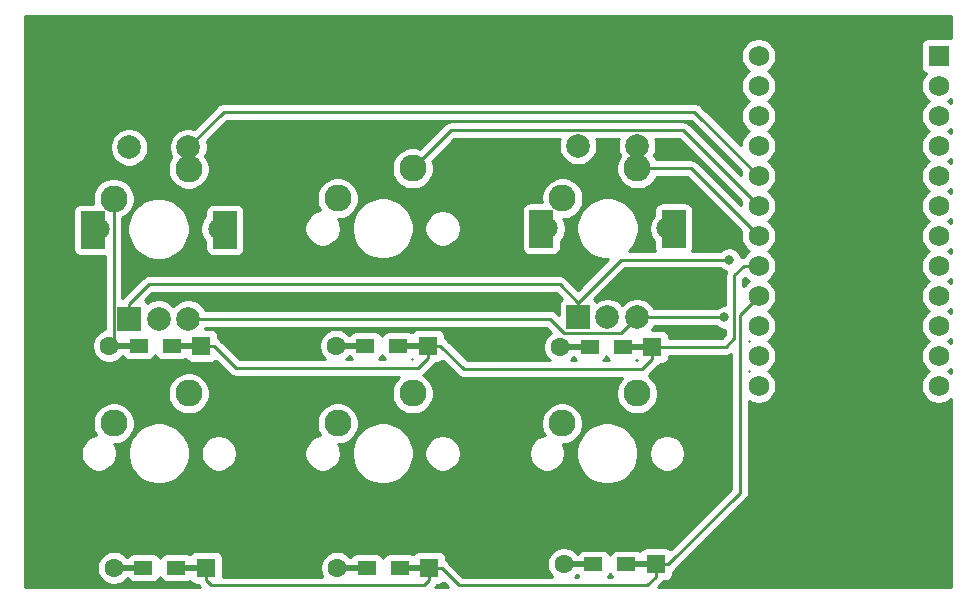
<source format=gtl>
G04 #@! TF.GenerationSoftware,KiCad,Pcbnew,(5.1.5)-3*
G04 #@! TF.CreationDate,2020-07-09T22:20:04+02:00*
G04 #@! TF.ProjectId,2x3_macropad,3278335f-6d61-4637-926f-7061642e6b69,rev?*
G04 #@! TF.SameCoordinates,Original*
G04 #@! TF.FileFunction,Copper,L1,Top*
G04 #@! TF.FilePolarity,Positive*
%FSLAX46Y46*%
G04 Gerber Fmt 4.6, Leading zero omitted, Abs format (unit mm)*
G04 Created by KiCad (PCBNEW (5.1.5)-3) date 2020-07-09 22:20:04*
%MOMM*%
%LPD*%
G04 APERTURE LIST*
%ADD10R,2.000000X2.000000*%
%ADD11C,2.000000*%
%ADD12R,2.000000X3.200000*%
%ADD13R,1.600000X1.200000*%
%ADD14C,1.600000*%
%ADD15R,1.600000X1.600000*%
%ADD16R,2.900000X0.500000*%
%ADD17C,2.286000*%
%ADD18C,1.800000*%
%ADD19R,1.752600X1.752600*%
%ADD20C,1.752600*%
%ADD21C,0.800000*%
%ADD22C,0.250000*%
%ADD23C,0.254000*%
G04 APERTURE END LIST*
D10*
X68000000Y-141300000D03*
D11*
X70500000Y-141300000D03*
X73000000Y-141300000D03*
D12*
X64900000Y-133800000D03*
X76100000Y-133800000D03*
D11*
X68000000Y-126800000D03*
X73000000Y-126800000D03*
D13*
X71600000Y-143600000D03*
X68800000Y-143600000D03*
D14*
X66300000Y-143600000D03*
D15*
X74100000Y-143600000D03*
D16*
X67700000Y-143600000D03*
X72700000Y-143600000D03*
X73100000Y-162400000D03*
X68100000Y-162400000D03*
D15*
X74500000Y-162400000D03*
D14*
X66700000Y-162400000D03*
D13*
X69200000Y-162400000D03*
X72000000Y-162400000D03*
X90800000Y-143600000D03*
X88000000Y-143600000D03*
D14*
X85500000Y-143600000D03*
D15*
X93300000Y-143600000D03*
D16*
X86900000Y-143600000D03*
X91900000Y-143600000D03*
X92000000Y-162400000D03*
X87000000Y-162400000D03*
D15*
X93400000Y-162400000D03*
D14*
X85600000Y-162400000D03*
D13*
X88100000Y-162400000D03*
X90900000Y-162400000D03*
X109800000Y-143700000D03*
X107000000Y-143700000D03*
D14*
X104500000Y-143700000D03*
D15*
X112300000Y-143700000D03*
D16*
X105900000Y-143700000D03*
X110900000Y-143700000D03*
X111200000Y-162100000D03*
X106200000Y-162100000D03*
D15*
X112600000Y-162100000D03*
D14*
X104800000Y-162100000D03*
D13*
X107300000Y-162100000D03*
X110100000Y-162100000D03*
D17*
X73040000Y-147637500D03*
X66690000Y-150177500D03*
X85650000Y-131127500D03*
X92000000Y-128587500D03*
X85650000Y-150177500D03*
X92000000Y-147637500D03*
D18*
X113580000Y-133667500D03*
X103420000Y-133667500D03*
D17*
X104690000Y-131127500D03*
X111040000Y-128587500D03*
X111000000Y-147637500D03*
X104650000Y-150177500D03*
X73025000Y-128620000D03*
X66675000Y-131160000D03*
D18*
X65405000Y-133700000D03*
X75565000Y-133700000D03*
D11*
X111000000Y-126700000D03*
X106000000Y-126700000D03*
D12*
X114100000Y-133700000D03*
X102900000Y-133700000D03*
D11*
X111000000Y-141200000D03*
X108500000Y-141200000D03*
D10*
X106000000Y-141200000D03*
D19*
X136525000Y-119062500D03*
D20*
X136525000Y-121602500D03*
X136525000Y-124142500D03*
X136525000Y-126682500D03*
X136525000Y-129222500D03*
X136525000Y-131762500D03*
X136525000Y-134302500D03*
X136525000Y-136842500D03*
X136525000Y-139382500D03*
X136525000Y-141922500D03*
X136525000Y-144462500D03*
X121285000Y-147002500D03*
X121285000Y-144462500D03*
X121285000Y-141922500D03*
X121285000Y-139382500D03*
X121285000Y-136842500D03*
X121285000Y-134302500D03*
X121285000Y-131762500D03*
X121285000Y-129222500D03*
X121285000Y-126682500D03*
X121285000Y-124142500D03*
X121285000Y-121602500D03*
X136525000Y-147002500D03*
X121285000Y-119062500D03*
D21*
X118400000Y-141200000D03*
X118800000Y-136300000D03*
D22*
X66675000Y-143225000D02*
X66300000Y-143600000D01*
X66675000Y-131160000D02*
X66675000Y-143225000D01*
X75150000Y-143600000D02*
X77050000Y-145500000D01*
X74100000Y-143600000D02*
X75150000Y-143600000D01*
X93300000Y-144650000D02*
X93300000Y-143600000D01*
X92450000Y-145500000D02*
X93300000Y-144650000D01*
X77050000Y-145500000D02*
X92450000Y-145500000D01*
X94350000Y-143600000D02*
X96350000Y-145600000D01*
X93300000Y-143600000D02*
X94350000Y-143600000D01*
X112300000Y-144750000D02*
X112300000Y-143700000D01*
X111450000Y-145600000D02*
X112300000Y-144750000D01*
X96350000Y-145600000D02*
X111450000Y-145600000D01*
X120045725Y-136842500D02*
X119249990Y-137638235D01*
X121285000Y-136842500D02*
X120045725Y-136842500D01*
X119249990Y-137638235D02*
X119249990Y-142950010D01*
X118500000Y-143700000D02*
X112300000Y-143700000D01*
X119249990Y-142950010D02*
X118500000Y-143700000D01*
X94450000Y-162400000D02*
X95950000Y-163900000D01*
X93400000Y-162400000D02*
X94450000Y-162400000D01*
X112600000Y-163150000D02*
X112600000Y-162100000D01*
X111850000Y-163900000D02*
X112600000Y-163150000D01*
X95950000Y-163900000D02*
X111850000Y-163900000D01*
X121285000Y-139382500D02*
X119700000Y-140967500D01*
X113650000Y-162100000D02*
X112600000Y-162100000D01*
X119700000Y-156050000D02*
X113650000Y-162100000D01*
X119700000Y-140967500D02*
X119700000Y-156050000D01*
X93400000Y-163450000D02*
X92950000Y-163900000D01*
X93400000Y-162400000D02*
X93400000Y-163450000D01*
X74500000Y-163450000D02*
X74500000Y-162400000D01*
X74950000Y-163900000D02*
X74500000Y-163450000D01*
X92950000Y-163900000D02*
X74950000Y-163900000D01*
X85650000Y-143450000D02*
X85500000Y-143600000D01*
X73000000Y-128595000D02*
X73025000Y-128620000D01*
X73000000Y-126800000D02*
X73000000Y-128595000D01*
X121285000Y-129222500D02*
X115862500Y-123800000D01*
X76000000Y-123800000D02*
X73000000Y-126800000D01*
X115862500Y-123800000D02*
X76000000Y-123800000D01*
X93142999Y-127444501D02*
X92000000Y-128587500D01*
X95212501Y-125374999D02*
X93142999Y-127444501D01*
X114897499Y-125374999D02*
X95212501Y-125374999D01*
X121285000Y-131762500D02*
X114897499Y-125374999D01*
X111000000Y-127100000D02*
X111019499Y-127119499D01*
X111000000Y-126400000D02*
X111000000Y-127100000D01*
X111000000Y-128547500D02*
X111040000Y-128587500D01*
X111000000Y-126700000D02*
X111000000Y-128547500D01*
X115570000Y-128587500D02*
X111040000Y-128587500D01*
X121285000Y-134302500D02*
X115570000Y-128587500D01*
X104825001Y-142525001D02*
X109674999Y-142525001D01*
X103600000Y-141300000D02*
X104825001Y-142525001D01*
X110000001Y-142199999D02*
X111000000Y-141200000D01*
X109674999Y-142525001D02*
X110000001Y-142199999D01*
X73000000Y-141300000D02*
X103600000Y-141300000D01*
X111000000Y-141200000D02*
X118400000Y-141200000D01*
X118400000Y-141200000D02*
X118400000Y-141200000D01*
X68000000Y-140050000D02*
X69650000Y-138400000D01*
X68000000Y-141300000D02*
X68000000Y-140050000D01*
X106000000Y-139950000D02*
X106000000Y-141200000D01*
X104450000Y-138400000D02*
X106000000Y-139950000D01*
X69650000Y-138400000D02*
X104450000Y-138400000D01*
X106000000Y-139950000D02*
X109650000Y-136300000D01*
X109650000Y-136300000D02*
X118800000Y-136300000D01*
X118800000Y-136300000D02*
X118800000Y-136300000D01*
D23*
G36*
X95015198Y-164040000D02*
G01*
X93884801Y-164040000D01*
X93910997Y-164013804D01*
X93940001Y-163990001D01*
X94000031Y-163916854D01*
X94034974Y-163874277D01*
X94054326Y-163838072D01*
X94200000Y-163838072D01*
X94324482Y-163825812D01*
X94444180Y-163789502D01*
X94554494Y-163730537D01*
X94637563Y-163662364D01*
X95015198Y-164040000D01*
G37*
X95015198Y-164040000D02*
X93884801Y-164040000D01*
X93910997Y-164013804D01*
X93940001Y-163990001D01*
X94000031Y-163916854D01*
X94034974Y-163874277D01*
X94054326Y-163838072D01*
X94200000Y-163838072D01*
X94324482Y-163825812D01*
X94444180Y-163789502D01*
X94554494Y-163730537D01*
X94637563Y-163662364D01*
X95015198Y-164040000D01*
G36*
X137590001Y-117579869D02*
G01*
X137525782Y-117560388D01*
X137401300Y-117548128D01*
X135648700Y-117548128D01*
X135524218Y-117560388D01*
X135404520Y-117596698D01*
X135294206Y-117655663D01*
X135197515Y-117735015D01*
X135118163Y-117831706D01*
X135059198Y-117942020D01*
X135022888Y-118061718D01*
X135010628Y-118186200D01*
X135010628Y-119938800D01*
X135022888Y-120063282D01*
X135059198Y-120182980D01*
X135118163Y-120293294D01*
X135197515Y-120389985D01*
X135294206Y-120469337D01*
X135404520Y-120528302D01*
X135448542Y-120541656D01*
X135351096Y-120639102D01*
X135185703Y-120886631D01*
X135071778Y-121161670D01*
X135013700Y-121453650D01*
X135013700Y-121751350D01*
X135071778Y-122043330D01*
X135185703Y-122318369D01*
X135351096Y-122565898D01*
X135561602Y-122776404D01*
X135705420Y-122872500D01*
X135561602Y-122968596D01*
X135351096Y-123179102D01*
X135185703Y-123426631D01*
X135071778Y-123701670D01*
X135013700Y-123993650D01*
X135013700Y-124291350D01*
X135071778Y-124583330D01*
X135185703Y-124858369D01*
X135351096Y-125105898D01*
X135561602Y-125316404D01*
X135705420Y-125412500D01*
X135561602Y-125508596D01*
X135351096Y-125719102D01*
X135185703Y-125966631D01*
X135071778Y-126241670D01*
X135013700Y-126533650D01*
X135013700Y-126831350D01*
X135071778Y-127123330D01*
X135185703Y-127398369D01*
X135351096Y-127645898D01*
X135561602Y-127856404D01*
X135705420Y-127952500D01*
X135561602Y-128048596D01*
X135351096Y-128259102D01*
X135185703Y-128506631D01*
X135071778Y-128781670D01*
X135013700Y-129073650D01*
X135013700Y-129371350D01*
X135071778Y-129663330D01*
X135185703Y-129938369D01*
X135351096Y-130185898D01*
X135561602Y-130396404D01*
X135705420Y-130492500D01*
X135561602Y-130588596D01*
X135351096Y-130799102D01*
X135185703Y-131046631D01*
X135071778Y-131321670D01*
X135013700Y-131613650D01*
X135013700Y-131911350D01*
X135071778Y-132203330D01*
X135185703Y-132478369D01*
X135351096Y-132725898D01*
X135561602Y-132936404D01*
X135705420Y-133032500D01*
X135561602Y-133128596D01*
X135351096Y-133339102D01*
X135185703Y-133586631D01*
X135071778Y-133861670D01*
X135013700Y-134153650D01*
X135013700Y-134451350D01*
X135071778Y-134743330D01*
X135185703Y-135018369D01*
X135351096Y-135265898D01*
X135561602Y-135476404D01*
X135705420Y-135572500D01*
X135561602Y-135668596D01*
X135351096Y-135879102D01*
X135185703Y-136126631D01*
X135071778Y-136401670D01*
X135013700Y-136693650D01*
X135013700Y-136991350D01*
X135071778Y-137283330D01*
X135185703Y-137558369D01*
X135351096Y-137805898D01*
X135561602Y-138016404D01*
X135705420Y-138112500D01*
X135561602Y-138208596D01*
X135351096Y-138419102D01*
X135185703Y-138666631D01*
X135071778Y-138941670D01*
X135013700Y-139233650D01*
X135013700Y-139531350D01*
X135071778Y-139823330D01*
X135185703Y-140098369D01*
X135351096Y-140345898D01*
X135561602Y-140556404D01*
X135705420Y-140652500D01*
X135561602Y-140748596D01*
X135351096Y-140959102D01*
X135185703Y-141206631D01*
X135071778Y-141481670D01*
X135013700Y-141773650D01*
X135013700Y-142071350D01*
X135071778Y-142363330D01*
X135185703Y-142638369D01*
X135351096Y-142885898D01*
X135561602Y-143096404D01*
X135705420Y-143192500D01*
X135561602Y-143288596D01*
X135351096Y-143499102D01*
X135185703Y-143746631D01*
X135071778Y-144021670D01*
X135013700Y-144313650D01*
X135013700Y-144611350D01*
X135071778Y-144903330D01*
X135185703Y-145178369D01*
X135351096Y-145425898D01*
X135561602Y-145636404D01*
X135705420Y-145732500D01*
X135561602Y-145828596D01*
X135351096Y-146039102D01*
X135185703Y-146286631D01*
X135071778Y-146561670D01*
X135013700Y-146853650D01*
X135013700Y-147151350D01*
X135071778Y-147443330D01*
X135185703Y-147718369D01*
X135351096Y-147965898D01*
X135561602Y-148176404D01*
X135809131Y-148341797D01*
X136084170Y-148455722D01*
X136376150Y-148513800D01*
X136673850Y-148513800D01*
X136965830Y-148455722D01*
X137240869Y-148341797D01*
X137488398Y-148176404D01*
X137590000Y-148074802D01*
X137590000Y-164040000D01*
X112784802Y-164040000D01*
X113111004Y-163713798D01*
X113140001Y-163690001D01*
X113234974Y-163574276D01*
X113254326Y-163538072D01*
X113400000Y-163538072D01*
X113524482Y-163525812D01*
X113644180Y-163489502D01*
X113754494Y-163430537D01*
X113851185Y-163351185D01*
X113930537Y-163254494D01*
X113989502Y-163144180D01*
X114025812Y-163024482D01*
X114038072Y-162900000D01*
X114038072Y-162754326D01*
X114074276Y-162734974D01*
X114190001Y-162640001D01*
X114213804Y-162610997D01*
X120211003Y-156613799D01*
X120240001Y-156590001D01*
X120266332Y-156557917D01*
X120334974Y-156474277D01*
X120405546Y-156342247D01*
X120449003Y-156198986D01*
X120460000Y-156087333D01*
X120460000Y-156087324D01*
X120463676Y-156050001D01*
X120460000Y-156012678D01*
X120460000Y-148268878D01*
X120569131Y-148341797D01*
X120844170Y-148455722D01*
X121136150Y-148513800D01*
X121433850Y-148513800D01*
X121725830Y-148455722D01*
X122000869Y-148341797D01*
X122248398Y-148176404D01*
X122458904Y-147965898D01*
X122624297Y-147718369D01*
X122738222Y-147443330D01*
X122796300Y-147151350D01*
X122796300Y-146853650D01*
X122738222Y-146561670D01*
X122624297Y-146286631D01*
X122458904Y-146039102D01*
X122248398Y-145828596D01*
X122104580Y-145732500D01*
X122248398Y-145636404D01*
X122458904Y-145425898D01*
X122624297Y-145178369D01*
X122738222Y-144903330D01*
X122796300Y-144611350D01*
X122796300Y-144313650D01*
X122738222Y-144021670D01*
X122624297Y-143746631D01*
X122458904Y-143499102D01*
X122248398Y-143288596D01*
X122104580Y-143192500D01*
X122248398Y-143096404D01*
X122458904Y-142885898D01*
X122624297Y-142638369D01*
X122738222Y-142363330D01*
X122796300Y-142071350D01*
X122796300Y-141773650D01*
X122738222Y-141481670D01*
X122624297Y-141206631D01*
X122458904Y-140959102D01*
X122248398Y-140748596D01*
X122104580Y-140652500D01*
X122248398Y-140556404D01*
X122458904Y-140345898D01*
X122624297Y-140098369D01*
X122738222Y-139823330D01*
X122796300Y-139531350D01*
X122796300Y-139233650D01*
X122738222Y-138941670D01*
X122624297Y-138666631D01*
X122458904Y-138419102D01*
X122248398Y-138208596D01*
X122104580Y-138112500D01*
X122248398Y-138016404D01*
X122458904Y-137805898D01*
X122624297Y-137558369D01*
X122738222Y-137283330D01*
X122796300Y-136991350D01*
X122796300Y-136693650D01*
X122738222Y-136401670D01*
X122624297Y-136126631D01*
X122458904Y-135879102D01*
X122248398Y-135668596D01*
X122104580Y-135572500D01*
X122248398Y-135476404D01*
X122458904Y-135265898D01*
X122624297Y-135018369D01*
X122738222Y-134743330D01*
X122796300Y-134451350D01*
X122796300Y-134153650D01*
X122738222Y-133861670D01*
X122624297Y-133586631D01*
X122458904Y-133339102D01*
X122248398Y-133128596D01*
X122104580Y-133032500D01*
X122248398Y-132936404D01*
X122458904Y-132725898D01*
X122624297Y-132478369D01*
X122738222Y-132203330D01*
X122796300Y-131911350D01*
X122796300Y-131613650D01*
X122738222Y-131321670D01*
X122624297Y-131046631D01*
X122458904Y-130799102D01*
X122248398Y-130588596D01*
X122104580Y-130492500D01*
X122248398Y-130396404D01*
X122458904Y-130185898D01*
X122624297Y-129938369D01*
X122738222Y-129663330D01*
X122796300Y-129371350D01*
X122796300Y-129073650D01*
X122738222Y-128781670D01*
X122624297Y-128506631D01*
X122458904Y-128259102D01*
X122248398Y-128048596D01*
X122104580Y-127952500D01*
X122248398Y-127856404D01*
X122458904Y-127645898D01*
X122624297Y-127398369D01*
X122738222Y-127123330D01*
X122796300Y-126831350D01*
X122796300Y-126533650D01*
X122738222Y-126241670D01*
X122624297Y-125966631D01*
X122458904Y-125719102D01*
X122248398Y-125508596D01*
X122104580Y-125412500D01*
X122248398Y-125316404D01*
X122458904Y-125105898D01*
X122624297Y-124858369D01*
X122738222Y-124583330D01*
X122796300Y-124291350D01*
X122796300Y-123993650D01*
X122738222Y-123701670D01*
X122624297Y-123426631D01*
X122458904Y-123179102D01*
X122248398Y-122968596D01*
X122104580Y-122872500D01*
X122248398Y-122776404D01*
X122458904Y-122565898D01*
X122624297Y-122318369D01*
X122738222Y-122043330D01*
X122796300Y-121751350D01*
X122796300Y-121453650D01*
X122738222Y-121161670D01*
X122624297Y-120886631D01*
X122458904Y-120639102D01*
X122248398Y-120428596D01*
X122104580Y-120332500D01*
X122248398Y-120236404D01*
X122458904Y-120025898D01*
X122624297Y-119778369D01*
X122738222Y-119503330D01*
X122796300Y-119211350D01*
X122796300Y-118913650D01*
X122738222Y-118621670D01*
X122624297Y-118346631D01*
X122458904Y-118099102D01*
X122248398Y-117888596D01*
X122000869Y-117723203D01*
X121725830Y-117609278D01*
X121433850Y-117551200D01*
X121136150Y-117551200D01*
X120844170Y-117609278D01*
X120569131Y-117723203D01*
X120321602Y-117888596D01*
X120111096Y-118099102D01*
X119945703Y-118346631D01*
X119831778Y-118621670D01*
X119773700Y-118913650D01*
X119773700Y-119211350D01*
X119831778Y-119503330D01*
X119945703Y-119778369D01*
X120111096Y-120025898D01*
X120321602Y-120236404D01*
X120465420Y-120332500D01*
X120321602Y-120428596D01*
X120111096Y-120639102D01*
X119945703Y-120886631D01*
X119831778Y-121161670D01*
X119773700Y-121453650D01*
X119773700Y-121751350D01*
X119831778Y-122043330D01*
X119945703Y-122318369D01*
X120111096Y-122565898D01*
X120321602Y-122776404D01*
X120465420Y-122872500D01*
X120321602Y-122968596D01*
X120111096Y-123179102D01*
X119945703Y-123426631D01*
X119831778Y-123701670D01*
X119773700Y-123993650D01*
X119773700Y-124291350D01*
X119831778Y-124583330D01*
X119945703Y-124858369D01*
X120111096Y-125105898D01*
X120321602Y-125316404D01*
X120465420Y-125412500D01*
X120321602Y-125508596D01*
X120111096Y-125719102D01*
X119945703Y-125966631D01*
X119831778Y-126241670D01*
X119773700Y-126533650D01*
X119773700Y-126636398D01*
X116426304Y-123289003D01*
X116402501Y-123259999D01*
X116286776Y-123165026D01*
X116154747Y-123094454D01*
X116011486Y-123050997D01*
X115899833Y-123040000D01*
X115899822Y-123040000D01*
X115862500Y-123036324D01*
X115825178Y-123040000D01*
X76037325Y-123040000D01*
X76000000Y-123036324D01*
X75962675Y-123040000D01*
X75962667Y-123040000D01*
X75851014Y-123050997D01*
X75707753Y-123094454D01*
X75575724Y-123165026D01*
X75459999Y-123259999D01*
X75436201Y-123288997D01*
X73491376Y-125233823D01*
X73476912Y-125227832D01*
X73161033Y-125165000D01*
X72838967Y-125165000D01*
X72523088Y-125227832D01*
X72225537Y-125351082D01*
X71957748Y-125530013D01*
X71730013Y-125757748D01*
X71551082Y-126025537D01*
X71427832Y-126323088D01*
X71365000Y-126638967D01*
X71365000Y-126961033D01*
X71427832Y-127276912D01*
X71551082Y-127574463D01*
X71568152Y-127600011D01*
X71449357Y-127777801D01*
X71315328Y-128101377D01*
X71247000Y-128444882D01*
X71247000Y-128795118D01*
X71315328Y-129138623D01*
X71449357Y-129462199D01*
X71643937Y-129753409D01*
X71891591Y-130001063D01*
X72182801Y-130195643D01*
X72506377Y-130329672D01*
X72849882Y-130398000D01*
X73200118Y-130398000D01*
X73543623Y-130329672D01*
X73867199Y-130195643D01*
X74158409Y-130001063D01*
X74406063Y-129753409D01*
X74600643Y-129462199D01*
X74734672Y-129138623D01*
X74803000Y-128795118D01*
X74803000Y-128444882D01*
X74734672Y-128101377D01*
X74600643Y-127777801D01*
X74454987Y-127559811D01*
X74572168Y-127276912D01*
X74635000Y-126961033D01*
X74635000Y-126638967D01*
X74572168Y-126323088D01*
X74566177Y-126308624D01*
X76314802Y-124560000D01*
X115547699Y-124560000D01*
X119821424Y-128833725D01*
X119773700Y-129073650D01*
X119773700Y-129176398D01*
X115461303Y-124864002D01*
X115437500Y-124834998D01*
X115321775Y-124740025D01*
X115189746Y-124669453D01*
X115046485Y-124625996D01*
X114934832Y-124614999D01*
X114934821Y-124614999D01*
X114897499Y-124611323D01*
X114860177Y-124614999D01*
X95249826Y-124614999D01*
X95212501Y-124611323D01*
X95175176Y-124614999D01*
X95175168Y-124614999D01*
X95063515Y-124625996D01*
X94920254Y-124669453D01*
X94788225Y-124740025D01*
X94672500Y-124834998D01*
X94648702Y-124863996D01*
X92632001Y-126880698D01*
X92631996Y-126880702D01*
X92600822Y-126911876D01*
X92518623Y-126877828D01*
X92175118Y-126809500D01*
X91824882Y-126809500D01*
X91481377Y-126877828D01*
X91157801Y-127011857D01*
X90866591Y-127206437D01*
X90618937Y-127454091D01*
X90424357Y-127745301D01*
X90290328Y-128068877D01*
X90222000Y-128412382D01*
X90222000Y-128762618D01*
X90290328Y-129106123D01*
X90424357Y-129429699D01*
X90618937Y-129720909D01*
X90866591Y-129968563D01*
X91157801Y-130163143D01*
X91481377Y-130297172D01*
X91824882Y-130365500D01*
X92175118Y-130365500D01*
X92518623Y-130297172D01*
X92842199Y-130163143D01*
X93133409Y-129968563D01*
X93381063Y-129720909D01*
X93575643Y-129429699D01*
X93709672Y-129106123D01*
X93778000Y-128762618D01*
X93778000Y-128412382D01*
X93709672Y-128068877D01*
X93675624Y-127986678D01*
X93706798Y-127955504D01*
X93706802Y-127955499D01*
X95527303Y-126134999D01*
X104464320Y-126134999D01*
X104427832Y-126223088D01*
X104365000Y-126538967D01*
X104365000Y-126861033D01*
X104427832Y-127176912D01*
X104551082Y-127474463D01*
X104730013Y-127742252D01*
X104957748Y-127969987D01*
X105225537Y-128148918D01*
X105523088Y-128272168D01*
X105838967Y-128335000D01*
X106161033Y-128335000D01*
X106476912Y-128272168D01*
X106774463Y-128148918D01*
X107042252Y-127969987D01*
X107269987Y-127742252D01*
X107448918Y-127474463D01*
X107572168Y-127176912D01*
X107635000Y-126861033D01*
X107635000Y-126538967D01*
X107572168Y-126223088D01*
X107535680Y-126134999D01*
X109464320Y-126134999D01*
X109427832Y-126223088D01*
X109365000Y-126538967D01*
X109365000Y-126861033D01*
X109427832Y-127176912D01*
X109551082Y-127474463D01*
X109598203Y-127544985D01*
X109464357Y-127745301D01*
X109330328Y-128068877D01*
X109262000Y-128412382D01*
X109262000Y-128762618D01*
X109330328Y-129106123D01*
X109464357Y-129429699D01*
X109658937Y-129720909D01*
X109906591Y-129968563D01*
X110197801Y-130163143D01*
X110521377Y-130297172D01*
X110864882Y-130365500D01*
X111215118Y-130365500D01*
X111558623Y-130297172D01*
X111882199Y-130163143D01*
X112173409Y-129968563D01*
X112421063Y-129720909D01*
X112615643Y-129429699D01*
X112649691Y-129347500D01*
X115255199Y-129347500D01*
X119821424Y-133913725D01*
X119773700Y-134153650D01*
X119773700Y-134451350D01*
X119831778Y-134743330D01*
X119945703Y-135018369D01*
X120111096Y-135265898D01*
X120321602Y-135476404D01*
X120465420Y-135572500D01*
X120321602Y-135668596D01*
X120111096Y-135879102D01*
X119972851Y-136086000D01*
X119896739Y-136093497D01*
X119818898Y-136117109D01*
X119795226Y-135998102D01*
X119717205Y-135809744D01*
X119603937Y-135640226D01*
X119459774Y-135496063D01*
X119290256Y-135382795D01*
X119101898Y-135304774D01*
X118901939Y-135265000D01*
X118698061Y-135265000D01*
X118498102Y-135304774D01*
X118309744Y-135382795D01*
X118140226Y-135496063D01*
X118096289Y-135540000D01*
X115690770Y-135540000D01*
X115725812Y-135424482D01*
X115738072Y-135300000D01*
X115738072Y-132100000D01*
X115725812Y-131975518D01*
X115689502Y-131855820D01*
X115630537Y-131745506D01*
X115551185Y-131648815D01*
X115454494Y-131569463D01*
X115344180Y-131510498D01*
X115224482Y-131474188D01*
X115100000Y-131461928D01*
X113100000Y-131461928D01*
X112975518Y-131474188D01*
X112855820Y-131510498D01*
X112745506Y-131569463D01*
X112648815Y-131648815D01*
X112569463Y-131745506D01*
X112510498Y-131855820D01*
X112474188Y-131975518D01*
X112461928Y-132100000D01*
X112461928Y-132614755D01*
X112387688Y-132688995D01*
X112219701Y-132940405D01*
X112103989Y-133219757D01*
X112045000Y-133516316D01*
X112045000Y-133818684D01*
X112103989Y-134115243D01*
X112219701Y-134394595D01*
X112387688Y-134646005D01*
X112461928Y-134720245D01*
X112461928Y-135300000D01*
X112474188Y-135424482D01*
X112509230Y-135540000D01*
X110345326Y-135540000D01*
X110542000Y-135343326D01*
X110829701Y-134912751D01*
X111027873Y-134434322D01*
X111128900Y-133926424D01*
X111128900Y-133408576D01*
X111027873Y-132900678D01*
X110829701Y-132422249D01*
X110542000Y-131991674D01*
X110175826Y-131625500D01*
X109745251Y-131337799D01*
X109266822Y-131139627D01*
X108758924Y-131038600D01*
X108241076Y-131038600D01*
X107733178Y-131139627D01*
X107254749Y-131337799D01*
X106824174Y-131625500D01*
X106458000Y-131991674D01*
X106170299Y-132422249D01*
X105972127Y-132900678D01*
X105871100Y-133408576D01*
X105871100Y-133926424D01*
X105972127Y-134434322D01*
X106170299Y-134912751D01*
X106458000Y-135343326D01*
X106824174Y-135709500D01*
X107254749Y-135997201D01*
X107733178Y-136195373D01*
X108241076Y-136296400D01*
X108578798Y-136296400D01*
X106000000Y-138875199D01*
X105013804Y-137889003D01*
X104990001Y-137859999D01*
X104874276Y-137765026D01*
X104742247Y-137694454D01*
X104598986Y-137650997D01*
X104487333Y-137640000D01*
X104487322Y-137640000D01*
X104450000Y-137636324D01*
X104412678Y-137640000D01*
X69687322Y-137640000D01*
X69649999Y-137636324D01*
X69612676Y-137640000D01*
X69612667Y-137640000D01*
X69501014Y-137650997D01*
X69357753Y-137694454D01*
X69225724Y-137765026D01*
X69225722Y-137765027D01*
X69225723Y-137765027D01*
X69138996Y-137836201D01*
X69138992Y-137836205D01*
X69109999Y-137859999D01*
X69086205Y-137888992D01*
X67488998Y-139486201D01*
X67460000Y-139509999D01*
X67436202Y-139538997D01*
X67436201Y-139538998D01*
X67435000Y-139540461D01*
X67435000Y-133441076D01*
X67856100Y-133441076D01*
X67856100Y-133958924D01*
X67957127Y-134466822D01*
X68155299Y-134945251D01*
X68443000Y-135375826D01*
X68809174Y-135742000D01*
X69239749Y-136029701D01*
X69718178Y-136227873D01*
X70226076Y-136328900D01*
X70743924Y-136328900D01*
X71251822Y-136227873D01*
X71730251Y-136029701D01*
X72160826Y-135742000D01*
X72527000Y-135375826D01*
X72814701Y-134945251D01*
X73012873Y-134466822D01*
X73113900Y-133958924D01*
X73113900Y-133548816D01*
X74030000Y-133548816D01*
X74030000Y-133851184D01*
X74088989Y-134147743D01*
X74204701Y-134427095D01*
X74372688Y-134678505D01*
X74461928Y-134767745D01*
X74461928Y-135400000D01*
X74474188Y-135524482D01*
X74510498Y-135644180D01*
X74569463Y-135754494D01*
X74648815Y-135851185D01*
X74745506Y-135930537D01*
X74855820Y-135989502D01*
X74975518Y-136025812D01*
X75100000Y-136038072D01*
X77100000Y-136038072D01*
X77224482Y-136025812D01*
X77344180Y-135989502D01*
X77454494Y-135930537D01*
X77551185Y-135851185D01*
X77630537Y-135754494D01*
X77689502Y-135644180D01*
X77725812Y-135524482D01*
X77738072Y-135400000D01*
X77738072Y-133516316D01*
X82845000Y-133516316D01*
X82845000Y-133818684D01*
X82903989Y-134115243D01*
X83019701Y-134394595D01*
X83187688Y-134646005D01*
X83401495Y-134859812D01*
X83652905Y-135027799D01*
X83932257Y-135143511D01*
X84228816Y-135202500D01*
X84531184Y-135202500D01*
X84827743Y-135143511D01*
X85107095Y-135027799D01*
X85358505Y-134859812D01*
X85572312Y-134646005D01*
X85740299Y-134394595D01*
X85856011Y-134115243D01*
X85915000Y-133818684D01*
X85915000Y-133516316D01*
X85893570Y-133408576D01*
X86831100Y-133408576D01*
X86831100Y-133926424D01*
X86932127Y-134434322D01*
X87130299Y-134912751D01*
X87418000Y-135343326D01*
X87784174Y-135709500D01*
X88214749Y-135997201D01*
X88693178Y-136195373D01*
X89201076Y-136296400D01*
X89718924Y-136296400D01*
X90226822Y-136195373D01*
X90705251Y-135997201D01*
X91135826Y-135709500D01*
X91502000Y-135343326D01*
X91789701Y-134912751D01*
X91987873Y-134434322D01*
X92088900Y-133926424D01*
X92088900Y-133516316D01*
X93005000Y-133516316D01*
X93005000Y-133818684D01*
X93063989Y-134115243D01*
X93179701Y-134394595D01*
X93347688Y-134646005D01*
X93561495Y-134859812D01*
X93812905Y-135027799D01*
X94092257Y-135143511D01*
X94388816Y-135202500D01*
X94691184Y-135202500D01*
X94987743Y-135143511D01*
X95267095Y-135027799D01*
X95518505Y-134859812D01*
X95732312Y-134646005D01*
X95900299Y-134394595D01*
X96016011Y-134115243D01*
X96075000Y-133818684D01*
X96075000Y-133516316D01*
X96016011Y-133219757D01*
X95900299Y-132940405D01*
X95732312Y-132688995D01*
X95518505Y-132475188D01*
X95267095Y-132307201D01*
X94987743Y-132191489D01*
X94691184Y-132132500D01*
X94388816Y-132132500D01*
X94092257Y-132191489D01*
X93812905Y-132307201D01*
X93561495Y-132475188D01*
X93347688Y-132688995D01*
X93179701Y-132940405D01*
X93063989Y-133219757D01*
X93005000Y-133516316D01*
X92088900Y-133516316D01*
X92088900Y-133408576D01*
X91987873Y-132900678D01*
X91789701Y-132422249D01*
X91574382Y-132100000D01*
X101261928Y-132100000D01*
X101261928Y-135300000D01*
X101274188Y-135424482D01*
X101310498Y-135544180D01*
X101369463Y-135654494D01*
X101448815Y-135751185D01*
X101545506Y-135830537D01*
X101655820Y-135889502D01*
X101775518Y-135925812D01*
X101900000Y-135938072D01*
X103900000Y-135938072D01*
X104024482Y-135925812D01*
X104144180Y-135889502D01*
X104254494Y-135830537D01*
X104351185Y-135751185D01*
X104430537Y-135654494D01*
X104489502Y-135544180D01*
X104525812Y-135424482D01*
X104538072Y-135300000D01*
X104538072Y-134720245D01*
X104612312Y-134646005D01*
X104780299Y-134394595D01*
X104896011Y-134115243D01*
X104955000Y-133818684D01*
X104955000Y-133516316D01*
X104896011Y-133219757D01*
X104780299Y-132940405D01*
X104756976Y-132905500D01*
X104865118Y-132905500D01*
X105208623Y-132837172D01*
X105532199Y-132703143D01*
X105823409Y-132508563D01*
X106071063Y-132260909D01*
X106265643Y-131969699D01*
X106399672Y-131646123D01*
X106468000Y-131302618D01*
X106468000Y-130952382D01*
X106399672Y-130608877D01*
X106265643Y-130285301D01*
X106071063Y-129994091D01*
X105823409Y-129746437D01*
X105532199Y-129551857D01*
X105208623Y-129417828D01*
X104865118Y-129349500D01*
X104514882Y-129349500D01*
X104171377Y-129417828D01*
X103847801Y-129551857D01*
X103556591Y-129746437D01*
X103308937Y-129994091D01*
X103114357Y-130285301D01*
X102980328Y-130608877D01*
X102912000Y-130952382D01*
X102912000Y-131302618D01*
X102943689Y-131461928D01*
X101900000Y-131461928D01*
X101775518Y-131474188D01*
X101655820Y-131510498D01*
X101545506Y-131569463D01*
X101448815Y-131648815D01*
X101369463Y-131745506D01*
X101310498Y-131855820D01*
X101274188Y-131975518D01*
X101261928Y-132100000D01*
X91574382Y-132100000D01*
X91502000Y-131991674D01*
X91135826Y-131625500D01*
X90705251Y-131337799D01*
X90226822Y-131139627D01*
X89718924Y-131038600D01*
X89201076Y-131038600D01*
X88693178Y-131139627D01*
X88214749Y-131337799D01*
X87784174Y-131625500D01*
X87418000Y-131991674D01*
X87130299Y-132422249D01*
X86932127Y-132900678D01*
X86831100Y-133408576D01*
X85893570Y-133408576D01*
X85856011Y-133219757D01*
X85740299Y-132940405D01*
X85716976Y-132905500D01*
X85825118Y-132905500D01*
X86168623Y-132837172D01*
X86492199Y-132703143D01*
X86783409Y-132508563D01*
X87031063Y-132260909D01*
X87225643Y-131969699D01*
X87359672Y-131646123D01*
X87428000Y-131302618D01*
X87428000Y-130952382D01*
X87359672Y-130608877D01*
X87225643Y-130285301D01*
X87031063Y-129994091D01*
X86783409Y-129746437D01*
X86492199Y-129551857D01*
X86168623Y-129417828D01*
X85825118Y-129349500D01*
X85474882Y-129349500D01*
X85131377Y-129417828D01*
X84807801Y-129551857D01*
X84516591Y-129746437D01*
X84268937Y-129994091D01*
X84074357Y-130285301D01*
X83940328Y-130608877D01*
X83872000Y-130952382D01*
X83872000Y-131302618D01*
X83940328Y-131646123D01*
X84074357Y-131969699D01*
X84188496Y-132140520D01*
X83932257Y-132191489D01*
X83652905Y-132307201D01*
X83401495Y-132475188D01*
X83187688Y-132688995D01*
X83019701Y-132940405D01*
X82903989Y-133219757D01*
X82845000Y-133516316D01*
X77738072Y-133516316D01*
X77738072Y-132200000D01*
X77725812Y-132075518D01*
X77689502Y-131955820D01*
X77630537Y-131845506D01*
X77551185Y-131748815D01*
X77454494Y-131669463D01*
X77344180Y-131610498D01*
X77224482Y-131574188D01*
X77100000Y-131561928D01*
X75100000Y-131561928D01*
X74975518Y-131574188D01*
X74855820Y-131610498D01*
X74745506Y-131669463D01*
X74648815Y-131748815D01*
X74569463Y-131845506D01*
X74510498Y-131955820D01*
X74474188Y-132075518D01*
X74461928Y-132200000D01*
X74461928Y-132632255D01*
X74372688Y-132721495D01*
X74204701Y-132972905D01*
X74088989Y-133252257D01*
X74030000Y-133548816D01*
X73113900Y-133548816D01*
X73113900Y-133441076D01*
X73012873Y-132933178D01*
X72814701Y-132454749D01*
X72527000Y-132024174D01*
X72160826Y-131658000D01*
X71730251Y-131370299D01*
X71251822Y-131172127D01*
X70743924Y-131071100D01*
X70226076Y-131071100D01*
X69718178Y-131172127D01*
X69239749Y-131370299D01*
X68809174Y-131658000D01*
X68443000Y-132024174D01*
X68155299Y-132454749D01*
X67957127Y-132933178D01*
X67856100Y-133441076D01*
X67435000Y-133441076D01*
X67435000Y-132769691D01*
X67517199Y-132735643D01*
X67808409Y-132541063D01*
X68056063Y-132293409D01*
X68250643Y-132002199D01*
X68384672Y-131678623D01*
X68453000Y-131335118D01*
X68453000Y-130984882D01*
X68384672Y-130641377D01*
X68250643Y-130317801D01*
X68056063Y-130026591D01*
X67808409Y-129778937D01*
X67517199Y-129584357D01*
X67193623Y-129450328D01*
X66850118Y-129382000D01*
X66499882Y-129382000D01*
X66156377Y-129450328D01*
X65832801Y-129584357D01*
X65541591Y-129778937D01*
X65293937Y-130026591D01*
X65099357Y-130317801D01*
X64965328Y-130641377D01*
X64897000Y-130984882D01*
X64897000Y-131335118D01*
X64942116Y-131561928D01*
X63900000Y-131561928D01*
X63775518Y-131574188D01*
X63655820Y-131610498D01*
X63545506Y-131669463D01*
X63448815Y-131748815D01*
X63369463Y-131845506D01*
X63310498Y-131955820D01*
X63274188Y-132075518D01*
X63261928Y-132200000D01*
X63261928Y-135400000D01*
X63274188Y-135524482D01*
X63310498Y-135644180D01*
X63369463Y-135754494D01*
X63448815Y-135851185D01*
X63545506Y-135930537D01*
X63655820Y-135989502D01*
X63775518Y-136025812D01*
X63900000Y-136038072D01*
X65900000Y-136038072D01*
X65915000Y-136036595D01*
X65915001Y-142213468D01*
X65881426Y-142220147D01*
X65620273Y-142328320D01*
X65385241Y-142485363D01*
X65185363Y-142685241D01*
X65028320Y-142920273D01*
X64920147Y-143181426D01*
X64865000Y-143458665D01*
X64865000Y-143741335D01*
X64920147Y-144018574D01*
X65028320Y-144279727D01*
X65185363Y-144514759D01*
X65385241Y-144714637D01*
X65620273Y-144871680D01*
X65881426Y-144979853D01*
X66158665Y-145035000D01*
X66441335Y-145035000D01*
X66718574Y-144979853D01*
X66979727Y-144871680D01*
X67214759Y-144714637D01*
X67414637Y-144514759D01*
X67432469Y-144488072D01*
X67433959Y-144488072D01*
X67469463Y-144554494D01*
X67548815Y-144651185D01*
X67645506Y-144730537D01*
X67755820Y-144789502D01*
X67875518Y-144825812D01*
X68000000Y-144838072D01*
X69600000Y-144838072D01*
X69724482Y-144825812D01*
X69844180Y-144789502D01*
X69954494Y-144730537D01*
X70051185Y-144651185D01*
X70130537Y-144554494D01*
X70189502Y-144444180D01*
X70200000Y-144409573D01*
X70210498Y-144444180D01*
X70269463Y-144554494D01*
X70348815Y-144651185D01*
X70445506Y-144730537D01*
X70555820Y-144789502D01*
X70675518Y-144825812D01*
X70800000Y-144838072D01*
X72400000Y-144838072D01*
X72524482Y-144825812D01*
X72644180Y-144789502D01*
X72754494Y-144730537D01*
X72755998Y-144729303D01*
X72769463Y-144754494D01*
X72848815Y-144851185D01*
X72945506Y-144930537D01*
X73055820Y-144989502D01*
X73175518Y-145025812D01*
X73300000Y-145038072D01*
X74900000Y-145038072D01*
X75024482Y-145025812D01*
X75144180Y-144989502D01*
X75254494Y-144930537D01*
X75337563Y-144862364D01*
X76486201Y-146011003D01*
X76509999Y-146040001D01*
X76625724Y-146134974D01*
X76757753Y-146205546D01*
X76901014Y-146249003D01*
X77012667Y-146260000D01*
X77012675Y-146260000D01*
X77050000Y-146263676D01*
X77087325Y-146260000D01*
X90863028Y-146260000D01*
X90618937Y-146504091D01*
X90424357Y-146795301D01*
X90290328Y-147118877D01*
X90222000Y-147462382D01*
X90222000Y-147812618D01*
X90290328Y-148156123D01*
X90424357Y-148479699D01*
X90618937Y-148770909D01*
X90866591Y-149018563D01*
X91157801Y-149213143D01*
X91481377Y-149347172D01*
X91824882Y-149415500D01*
X92175118Y-149415500D01*
X92518623Y-149347172D01*
X92842199Y-149213143D01*
X93133409Y-149018563D01*
X93381063Y-148770909D01*
X93575643Y-148479699D01*
X93709672Y-148156123D01*
X93778000Y-147812618D01*
X93778000Y-147462382D01*
X93709672Y-147118877D01*
X93575643Y-146795301D01*
X93381063Y-146504091D01*
X93133409Y-146256437D01*
X92908990Y-146106485D01*
X92990001Y-146040001D01*
X93013803Y-146010998D01*
X93811004Y-145213798D01*
X93840001Y-145190001D01*
X93934974Y-145074276D01*
X93954326Y-145038072D01*
X94100000Y-145038072D01*
X94224482Y-145025812D01*
X94344180Y-144989502D01*
X94454494Y-144930537D01*
X94537563Y-144862364D01*
X95786201Y-146111003D01*
X95809999Y-146140001D01*
X95838997Y-146163799D01*
X95925723Y-146234974D01*
X96022366Y-146286631D01*
X96057753Y-146305546D01*
X96201014Y-146349003D01*
X96312667Y-146360000D01*
X96312676Y-146360000D01*
X96349999Y-146363676D01*
X96387322Y-146360000D01*
X109763028Y-146360000D01*
X109618937Y-146504091D01*
X109424357Y-146795301D01*
X109290328Y-147118877D01*
X109222000Y-147462382D01*
X109222000Y-147812618D01*
X109290328Y-148156123D01*
X109424357Y-148479699D01*
X109618937Y-148770909D01*
X109866591Y-149018563D01*
X110157801Y-149213143D01*
X110481377Y-149347172D01*
X110824882Y-149415500D01*
X111175118Y-149415500D01*
X111518623Y-149347172D01*
X111842199Y-149213143D01*
X112133409Y-149018563D01*
X112381063Y-148770909D01*
X112575643Y-148479699D01*
X112709672Y-148156123D01*
X112778000Y-147812618D01*
X112778000Y-147462382D01*
X112709672Y-147118877D01*
X112575643Y-146795301D01*
X112381063Y-146504091D01*
X112133409Y-146256437D01*
X111976155Y-146151364D01*
X111990001Y-146140001D01*
X112013803Y-146110998D01*
X112811004Y-145313798D01*
X112840001Y-145290001D01*
X112934974Y-145174276D01*
X112954326Y-145138072D01*
X113100000Y-145138072D01*
X113224482Y-145125812D01*
X113344180Y-145089502D01*
X113454494Y-145030537D01*
X113551185Y-144951185D01*
X113630537Y-144854494D01*
X113689502Y-144744180D01*
X113725812Y-144624482D01*
X113738072Y-144500000D01*
X113738072Y-144460000D01*
X118462678Y-144460000D01*
X118500000Y-144463676D01*
X118537322Y-144460000D01*
X118537333Y-144460000D01*
X118648986Y-144449003D01*
X118792247Y-144405546D01*
X118924276Y-144334974D01*
X118940000Y-144322069D01*
X118940001Y-155735197D01*
X113837563Y-160837636D01*
X113754494Y-160769463D01*
X113644180Y-160710498D01*
X113524482Y-160674188D01*
X113400000Y-160661928D01*
X111800000Y-160661928D01*
X111675518Y-160674188D01*
X111555820Y-160710498D01*
X111445506Y-160769463D01*
X111348815Y-160848815D01*
X111269463Y-160945506D01*
X111255998Y-160970697D01*
X111254494Y-160969463D01*
X111144180Y-160910498D01*
X111024482Y-160874188D01*
X110900000Y-160861928D01*
X109300000Y-160861928D01*
X109175518Y-160874188D01*
X109055820Y-160910498D01*
X108945506Y-160969463D01*
X108848815Y-161048815D01*
X108769463Y-161145506D01*
X108710498Y-161255820D01*
X108700000Y-161290427D01*
X108689502Y-161255820D01*
X108630537Y-161145506D01*
X108551185Y-161048815D01*
X108454494Y-160969463D01*
X108344180Y-160910498D01*
X108224482Y-160874188D01*
X108100000Y-160861928D01*
X106500000Y-160861928D01*
X106375518Y-160874188D01*
X106255820Y-160910498D01*
X106145506Y-160969463D01*
X106048815Y-161048815D01*
X105969463Y-161145506D01*
X105933959Y-161211928D01*
X105932469Y-161211928D01*
X105914637Y-161185241D01*
X105714759Y-160985363D01*
X105479727Y-160828320D01*
X105218574Y-160720147D01*
X104941335Y-160665000D01*
X104658665Y-160665000D01*
X104381426Y-160720147D01*
X104120273Y-160828320D01*
X103885241Y-160985363D01*
X103685363Y-161185241D01*
X103528320Y-161420273D01*
X103420147Y-161681426D01*
X103365000Y-161958665D01*
X103365000Y-162241335D01*
X103420147Y-162518574D01*
X103528320Y-162779727D01*
X103685363Y-163014759D01*
X103810604Y-163140000D01*
X96264802Y-163140000D01*
X95013804Y-161889003D01*
X94990001Y-161859999D01*
X94874276Y-161765026D01*
X94838072Y-161745674D01*
X94838072Y-161600000D01*
X94825812Y-161475518D01*
X94789502Y-161355820D01*
X94730537Y-161245506D01*
X94651185Y-161148815D01*
X94554494Y-161069463D01*
X94444180Y-161010498D01*
X94324482Y-160974188D01*
X94200000Y-160961928D01*
X92600000Y-160961928D01*
X92475518Y-160974188D01*
X92355820Y-161010498D01*
X92245506Y-161069463D01*
X92148815Y-161148815D01*
X92069463Y-161245506D01*
X92055998Y-161270697D01*
X92054494Y-161269463D01*
X91944180Y-161210498D01*
X91824482Y-161174188D01*
X91700000Y-161161928D01*
X90100000Y-161161928D01*
X89975518Y-161174188D01*
X89855820Y-161210498D01*
X89745506Y-161269463D01*
X89648815Y-161348815D01*
X89569463Y-161445506D01*
X89510498Y-161555820D01*
X89500000Y-161590427D01*
X89489502Y-161555820D01*
X89430537Y-161445506D01*
X89351185Y-161348815D01*
X89254494Y-161269463D01*
X89144180Y-161210498D01*
X89024482Y-161174188D01*
X88900000Y-161161928D01*
X87300000Y-161161928D01*
X87175518Y-161174188D01*
X87055820Y-161210498D01*
X86945506Y-161269463D01*
X86848815Y-161348815D01*
X86769463Y-161445506D01*
X86733959Y-161511928D01*
X86732469Y-161511928D01*
X86714637Y-161485241D01*
X86514759Y-161285363D01*
X86279727Y-161128320D01*
X86018574Y-161020147D01*
X85741335Y-160965000D01*
X85458665Y-160965000D01*
X85181426Y-161020147D01*
X84920273Y-161128320D01*
X84685241Y-161285363D01*
X84485363Y-161485241D01*
X84328320Y-161720273D01*
X84220147Y-161981426D01*
X84165000Y-162258665D01*
X84165000Y-162541335D01*
X84220147Y-162818574D01*
X84328320Y-163079727D01*
X84368593Y-163140000D01*
X75938072Y-163140000D01*
X75938072Y-161600000D01*
X75925812Y-161475518D01*
X75889502Y-161355820D01*
X75830537Y-161245506D01*
X75751185Y-161148815D01*
X75654494Y-161069463D01*
X75544180Y-161010498D01*
X75424482Y-160974188D01*
X75300000Y-160961928D01*
X73700000Y-160961928D01*
X73575518Y-160974188D01*
X73455820Y-161010498D01*
X73345506Y-161069463D01*
X73248815Y-161148815D01*
X73169463Y-161245506D01*
X73155998Y-161270697D01*
X73154494Y-161269463D01*
X73044180Y-161210498D01*
X72924482Y-161174188D01*
X72800000Y-161161928D01*
X71200000Y-161161928D01*
X71075518Y-161174188D01*
X70955820Y-161210498D01*
X70845506Y-161269463D01*
X70748815Y-161348815D01*
X70669463Y-161445506D01*
X70610498Y-161555820D01*
X70600000Y-161590427D01*
X70589502Y-161555820D01*
X70530537Y-161445506D01*
X70451185Y-161348815D01*
X70354494Y-161269463D01*
X70244180Y-161210498D01*
X70124482Y-161174188D01*
X70000000Y-161161928D01*
X68400000Y-161161928D01*
X68275518Y-161174188D01*
X68155820Y-161210498D01*
X68045506Y-161269463D01*
X67948815Y-161348815D01*
X67869463Y-161445506D01*
X67833959Y-161511928D01*
X67832469Y-161511928D01*
X67814637Y-161485241D01*
X67614759Y-161285363D01*
X67379727Y-161128320D01*
X67118574Y-161020147D01*
X66841335Y-160965000D01*
X66558665Y-160965000D01*
X66281426Y-161020147D01*
X66020273Y-161128320D01*
X65785241Y-161285363D01*
X65585363Y-161485241D01*
X65428320Y-161720273D01*
X65320147Y-161981426D01*
X65265000Y-162258665D01*
X65265000Y-162541335D01*
X65320147Y-162818574D01*
X65428320Y-163079727D01*
X65585363Y-163314759D01*
X65785241Y-163514637D01*
X66020273Y-163671680D01*
X66281426Y-163779853D01*
X66558665Y-163835000D01*
X66841335Y-163835000D01*
X67118574Y-163779853D01*
X67379727Y-163671680D01*
X67614759Y-163514637D01*
X67814637Y-163314759D01*
X67832469Y-163288072D01*
X67833959Y-163288072D01*
X67869463Y-163354494D01*
X67948815Y-163451185D01*
X68045506Y-163530537D01*
X68155820Y-163589502D01*
X68275518Y-163625812D01*
X68400000Y-163638072D01*
X70000000Y-163638072D01*
X70124482Y-163625812D01*
X70244180Y-163589502D01*
X70354494Y-163530537D01*
X70451185Y-163451185D01*
X70530537Y-163354494D01*
X70589502Y-163244180D01*
X70600000Y-163209573D01*
X70610498Y-163244180D01*
X70669463Y-163354494D01*
X70748815Y-163451185D01*
X70845506Y-163530537D01*
X70955820Y-163589502D01*
X71075518Y-163625812D01*
X71200000Y-163638072D01*
X72800000Y-163638072D01*
X72924482Y-163625812D01*
X73044180Y-163589502D01*
X73154494Y-163530537D01*
X73155998Y-163529303D01*
X73169463Y-163554494D01*
X73248815Y-163651185D01*
X73345506Y-163730537D01*
X73455820Y-163789502D01*
X73575518Y-163825812D01*
X73700000Y-163838072D01*
X73845674Y-163838072D01*
X73865026Y-163874276D01*
X73897362Y-163913677D01*
X73959999Y-163990001D01*
X73989003Y-164013804D01*
X74015199Y-164040000D01*
X59160000Y-164040000D01*
X59160000Y-152566316D01*
X63885000Y-152566316D01*
X63885000Y-152868684D01*
X63943989Y-153165243D01*
X64059701Y-153444595D01*
X64227688Y-153696005D01*
X64441495Y-153909812D01*
X64692905Y-154077799D01*
X64972257Y-154193511D01*
X65268816Y-154252500D01*
X65571184Y-154252500D01*
X65867743Y-154193511D01*
X66147095Y-154077799D01*
X66398505Y-153909812D01*
X66612312Y-153696005D01*
X66780299Y-153444595D01*
X66896011Y-153165243D01*
X66955000Y-152868684D01*
X66955000Y-152566316D01*
X66933570Y-152458576D01*
X67871100Y-152458576D01*
X67871100Y-152976424D01*
X67972127Y-153484322D01*
X68170299Y-153962751D01*
X68458000Y-154393326D01*
X68824174Y-154759500D01*
X69254749Y-155047201D01*
X69733178Y-155245373D01*
X70241076Y-155346400D01*
X70758924Y-155346400D01*
X71266822Y-155245373D01*
X71745251Y-155047201D01*
X72175826Y-154759500D01*
X72542000Y-154393326D01*
X72829701Y-153962751D01*
X73027873Y-153484322D01*
X73128900Y-152976424D01*
X73128900Y-152566316D01*
X74045000Y-152566316D01*
X74045000Y-152868684D01*
X74103989Y-153165243D01*
X74219701Y-153444595D01*
X74387688Y-153696005D01*
X74601495Y-153909812D01*
X74852905Y-154077799D01*
X75132257Y-154193511D01*
X75428816Y-154252500D01*
X75731184Y-154252500D01*
X76027743Y-154193511D01*
X76307095Y-154077799D01*
X76558505Y-153909812D01*
X76772312Y-153696005D01*
X76940299Y-153444595D01*
X77056011Y-153165243D01*
X77115000Y-152868684D01*
X77115000Y-152566316D01*
X82845000Y-152566316D01*
X82845000Y-152868684D01*
X82903989Y-153165243D01*
X83019701Y-153444595D01*
X83187688Y-153696005D01*
X83401495Y-153909812D01*
X83652905Y-154077799D01*
X83932257Y-154193511D01*
X84228816Y-154252500D01*
X84531184Y-154252500D01*
X84827743Y-154193511D01*
X85107095Y-154077799D01*
X85358505Y-153909812D01*
X85572312Y-153696005D01*
X85740299Y-153444595D01*
X85856011Y-153165243D01*
X85915000Y-152868684D01*
X85915000Y-152566316D01*
X85893570Y-152458576D01*
X86831100Y-152458576D01*
X86831100Y-152976424D01*
X86932127Y-153484322D01*
X87130299Y-153962751D01*
X87418000Y-154393326D01*
X87784174Y-154759500D01*
X88214749Y-155047201D01*
X88693178Y-155245373D01*
X89201076Y-155346400D01*
X89718924Y-155346400D01*
X90226822Y-155245373D01*
X90705251Y-155047201D01*
X91135826Y-154759500D01*
X91502000Y-154393326D01*
X91789701Y-153962751D01*
X91987873Y-153484322D01*
X92088900Y-152976424D01*
X92088900Y-152566316D01*
X93005000Y-152566316D01*
X93005000Y-152868684D01*
X93063989Y-153165243D01*
X93179701Y-153444595D01*
X93347688Y-153696005D01*
X93561495Y-153909812D01*
X93812905Y-154077799D01*
X94092257Y-154193511D01*
X94388816Y-154252500D01*
X94691184Y-154252500D01*
X94987743Y-154193511D01*
X95267095Y-154077799D01*
X95518505Y-153909812D01*
X95732312Y-153696005D01*
X95900299Y-153444595D01*
X96016011Y-153165243D01*
X96075000Y-152868684D01*
X96075000Y-152566316D01*
X101845000Y-152566316D01*
X101845000Y-152868684D01*
X101903989Y-153165243D01*
X102019701Y-153444595D01*
X102187688Y-153696005D01*
X102401495Y-153909812D01*
X102652905Y-154077799D01*
X102932257Y-154193511D01*
X103228816Y-154252500D01*
X103531184Y-154252500D01*
X103827743Y-154193511D01*
X104107095Y-154077799D01*
X104358505Y-153909812D01*
X104572312Y-153696005D01*
X104740299Y-153444595D01*
X104856011Y-153165243D01*
X104915000Y-152868684D01*
X104915000Y-152566316D01*
X104893570Y-152458576D01*
X105831100Y-152458576D01*
X105831100Y-152976424D01*
X105932127Y-153484322D01*
X106130299Y-153962751D01*
X106418000Y-154393326D01*
X106784174Y-154759500D01*
X107214749Y-155047201D01*
X107693178Y-155245373D01*
X108201076Y-155346400D01*
X108718924Y-155346400D01*
X109226822Y-155245373D01*
X109705251Y-155047201D01*
X110135826Y-154759500D01*
X110502000Y-154393326D01*
X110789701Y-153962751D01*
X110987873Y-153484322D01*
X111088900Y-152976424D01*
X111088900Y-152566316D01*
X112005000Y-152566316D01*
X112005000Y-152868684D01*
X112063989Y-153165243D01*
X112179701Y-153444595D01*
X112347688Y-153696005D01*
X112561495Y-153909812D01*
X112812905Y-154077799D01*
X113092257Y-154193511D01*
X113388816Y-154252500D01*
X113691184Y-154252500D01*
X113987743Y-154193511D01*
X114267095Y-154077799D01*
X114518505Y-153909812D01*
X114732312Y-153696005D01*
X114900299Y-153444595D01*
X115016011Y-153165243D01*
X115075000Y-152868684D01*
X115075000Y-152566316D01*
X115016011Y-152269757D01*
X114900299Y-151990405D01*
X114732312Y-151738995D01*
X114518505Y-151525188D01*
X114267095Y-151357201D01*
X113987743Y-151241489D01*
X113691184Y-151182500D01*
X113388816Y-151182500D01*
X113092257Y-151241489D01*
X112812905Y-151357201D01*
X112561495Y-151525188D01*
X112347688Y-151738995D01*
X112179701Y-151990405D01*
X112063989Y-152269757D01*
X112005000Y-152566316D01*
X111088900Y-152566316D01*
X111088900Y-152458576D01*
X110987873Y-151950678D01*
X110789701Y-151472249D01*
X110502000Y-151041674D01*
X110135826Y-150675500D01*
X109705251Y-150387799D01*
X109226822Y-150189627D01*
X108718924Y-150088600D01*
X108201076Y-150088600D01*
X107693178Y-150189627D01*
X107214749Y-150387799D01*
X106784174Y-150675500D01*
X106418000Y-151041674D01*
X106130299Y-151472249D01*
X105932127Y-151950678D01*
X105831100Y-152458576D01*
X104893570Y-152458576D01*
X104856011Y-152269757D01*
X104740299Y-151990405D01*
X104716976Y-151955500D01*
X104825118Y-151955500D01*
X105168623Y-151887172D01*
X105492199Y-151753143D01*
X105783409Y-151558563D01*
X106031063Y-151310909D01*
X106225643Y-151019699D01*
X106359672Y-150696123D01*
X106428000Y-150352618D01*
X106428000Y-150002382D01*
X106359672Y-149658877D01*
X106225643Y-149335301D01*
X106031063Y-149044091D01*
X105783409Y-148796437D01*
X105492199Y-148601857D01*
X105168623Y-148467828D01*
X104825118Y-148399500D01*
X104474882Y-148399500D01*
X104131377Y-148467828D01*
X103807801Y-148601857D01*
X103516591Y-148796437D01*
X103268937Y-149044091D01*
X103074357Y-149335301D01*
X102940328Y-149658877D01*
X102872000Y-150002382D01*
X102872000Y-150352618D01*
X102940328Y-150696123D01*
X103074357Y-151019699D01*
X103188496Y-151190520D01*
X102932257Y-151241489D01*
X102652905Y-151357201D01*
X102401495Y-151525188D01*
X102187688Y-151738995D01*
X102019701Y-151990405D01*
X101903989Y-152269757D01*
X101845000Y-152566316D01*
X96075000Y-152566316D01*
X96016011Y-152269757D01*
X95900299Y-151990405D01*
X95732312Y-151738995D01*
X95518505Y-151525188D01*
X95267095Y-151357201D01*
X94987743Y-151241489D01*
X94691184Y-151182500D01*
X94388816Y-151182500D01*
X94092257Y-151241489D01*
X93812905Y-151357201D01*
X93561495Y-151525188D01*
X93347688Y-151738995D01*
X93179701Y-151990405D01*
X93063989Y-152269757D01*
X93005000Y-152566316D01*
X92088900Y-152566316D01*
X92088900Y-152458576D01*
X91987873Y-151950678D01*
X91789701Y-151472249D01*
X91502000Y-151041674D01*
X91135826Y-150675500D01*
X90705251Y-150387799D01*
X90226822Y-150189627D01*
X89718924Y-150088600D01*
X89201076Y-150088600D01*
X88693178Y-150189627D01*
X88214749Y-150387799D01*
X87784174Y-150675500D01*
X87418000Y-151041674D01*
X87130299Y-151472249D01*
X86932127Y-151950678D01*
X86831100Y-152458576D01*
X85893570Y-152458576D01*
X85856011Y-152269757D01*
X85740299Y-151990405D01*
X85716976Y-151955500D01*
X85825118Y-151955500D01*
X86168623Y-151887172D01*
X86492199Y-151753143D01*
X86783409Y-151558563D01*
X87031063Y-151310909D01*
X87225643Y-151019699D01*
X87359672Y-150696123D01*
X87428000Y-150352618D01*
X87428000Y-150002382D01*
X87359672Y-149658877D01*
X87225643Y-149335301D01*
X87031063Y-149044091D01*
X86783409Y-148796437D01*
X86492199Y-148601857D01*
X86168623Y-148467828D01*
X85825118Y-148399500D01*
X85474882Y-148399500D01*
X85131377Y-148467828D01*
X84807801Y-148601857D01*
X84516591Y-148796437D01*
X84268937Y-149044091D01*
X84074357Y-149335301D01*
X83940328Y-149658877D01*
X83872000Y-150002382D01*
X83872000Y-150352618D01*
X83940328Y-150696123D01*
X84074357Y-151019699D01*
X84188496Y-151190520D01*
X83932257Y-151241489D01*
X83652905Y-151357201D01*
X83401495Y-151525188D01*
X83187688Y-151738995D01*
X83019701Y-151990405D01*
X82903989Y-152269757D01*
X82845000Y-152566316D01*
X77115000Y-152566316D01*
X77056011Y-152269757D01*
X76940299Y-151990405D01*
X76772312Y-151738995D01*
X76558505Y-151525188D01*
X76307095Y-151357201D01*
X76027743Y-151241489D01*
X75731184Y-151182500D01*
X75428816Y-151182500D01*
X75132257Y-151241489D01*
X74852905Y-151357201D01*
X74601495Y-151525188D01*
X74387688Y-151738995D01*
X74219701Y-151990405D01*
X74103989Y-152269757D01*
X74045000Y-152566316D01*
X73128900Y-152566316D01*
X73128900Y-152458576D01*
X73027873Y-151950678D01*
X72829701Y-151472249D01*
X72542000Y-151041674D01*
X72175826Y-150675500D01*
X71745251Y-150387799D01*
X71266822Y-150189627D01*
X70758924Y-150088600D01*
X70241076Y-150088600D01*
X69733178Y-150189627D01*
X69254749Y-150387799D01*
X68824174Y-150675500D01*
X68458000Y-151041674D01*
X68170299Y-151472249D01*
X67972127Y-151950678D01*
X67871100Y-152458576D01*
X66933570Y-152458576D01*
X66896011Y-152269757D01*
X66780299Y-151990405D01*
X66756976Y-151955500D01*
X66865118Y-151955500D01*
X67208623Y-151887172D01*
X67532199Y-151753143D01*
X67823409Y-151558563D01*
X68071063Y-151310909D01*
X68265643Y-151019699D01*
X68399672Y-150696123D01*
X68468000Y-150352618D01*
X68468000Y-150002382D01*
X68399672Y-149658877D01*
X68265643Y-149335301D01*
X68071063Y-149044091D01*
X67823409Y-148796437D01*
X67532199Y-148601857D01*
X67208623Y-148467828D01*
X66865118Y-148399500D01*
X66514882Y-148399500D01*
X66171377Y-148467828D01*
X65847801Y-148601857D01*
X65556591Y-148796437D01*
X65308937Y-149044091D01*
X65114357Y-149335301D01*
X64980328Y-149658877D01*
X64912000Y-150002382D01*
X64912000Y-150352618D01*
X64980328Y-150696123D01*
X65114357Y-151019699D01*
X65228496Y-151190520D01*
X64972257Y-151241489D01*
X64692905Y-151357201D01*
X64441495Y-151525188D01*
X64227688Y-151738995D01*
X64059701Y-151990405D01*
X63943989Y-152269757D01*
X63885000Y-152566316D01*
X59160000Y-152566316D01*
X59160000Y-147462382D01*
X71262000Y-147462382D01*
X71262000Y-147812618D01*
X71330328Y-148156123D01*
X71464357Y-148479699D01*
X71658937Y-148770909D01*
X71906591Y-149018563D01*
X72197801Y-149213143D01*
X72521377Y-149347172D01*
X72864882Y-149415500D01*
X73215118Y-149415500D01*
X73558623Y-149347172D01*
X73882199Y-149213143D01*
X74173409Y-149018563D01*
X74421063Y-148770909D01*
X74615643Y-148479699D01*
X74749672Y-148156123D01*
X74818000Y-147812618D01*
X74818000Y-147462382D01*
X74749672Y-147118877D01*
X74615643Y-146795301D01*
X74421063Y-146504091D01*
X74173409Y-146256437D01*
X73882199Y-146061857D01*
X73558623Y-145927828D01*
X73215118Y-145859500D01*
X72864882Y-145859500D01*
X72521377Y-145927828D01*
X72197801Y-146061857D01*
X71906591Y-146256437D01*
X71658937Y-146504091D01*
X71464357Y-146795301D01*
X71330328Y-147118877D01*
X71262000Y-147462382D01*
X59160000Y-147462382D01*
X59160000Y-126638967D01*
X66365000Y-126638967D01*
X66365000Y-126961033D01*
X66427832Y-127276912D01*
X66551082Y-127574463D01*
X66730013Y-127842252D01*
X66957748Y-128069987D01*
X67225537Y-128248918D01*
X67523088Y-128372168D01*
X67838967Y-128435000D01*
X68161033Y-128435000D01*
X68476912Y-128372168D01*
X68774463Y-128248918D01*
X69042252Y-128069987D01*
X69269987Y-127842252D01*
X69448918Y-127574463D01*
X69572168Y-127276912D01*
X69635000Y-126961033D01*
X69635000Y-126638967D01*
X69572168Y-126323088D01*
X69448918Y-126025537D01*
X69269987Y-125757748D01*
X69042252Y-125530013D01*
X68774463Y-125351082D01*
X68476912Y-125227832D01*
X68161033Y-125165000D01*
X67838967Y-125165000D01*
X67523088Y-125227832D01*
X67225537Y-125351082D01*
X66957748Y-125530013D01*
X66730013Y-125757748D01*
X66551082Y-126025537D01*
X66427832Y-126323088D01*
X66365000Y-126638967D01*
X59160000Y-126638967D01*
X59160000Y-115680000D01*
X137590001Y-115680000D01*
X137590001Y-117579869D01*
G37*
X137590001Y-117579869D02*
X137525782Y-117560388D01*
X137401300Y-117548128D01*
X135648700Y-117548128D01*
X135524218Y-117560388D01*
X135404520Y-117596698D01*
X135294206Y-117655663D01*
X135197515Y-117735015D01*
X135118163Y-117831706D01*
X135059198Y-117942020D01*
X135022888Y-118061718D01*
X135010628Y-118186200D01*
X135010628Y-119938800D01*
X135022888Y-120063282D01*
X135059198Y-120182980D01*
X135118163Y-120293294D01*
X135197515Y-120389985D01*
X135294206Y-120469337D01*
X135404520Y-120528302D01*
X135448542Y-120541656D01*
X135351096Y-120639102D01*
X135185703Y-120886631D01*
X135071778Y-121161670D01*
X135013700Y-121453650D01*
X135013700Y-121751350D01*
X135071778Y-122043330D01*
X135185703Y-122318369D01*
X135351096Y-122565898D01*
X135561602Y-122776404D01*
X135705420Y-122872500D01*
X135561602Y-122968596D01*
X135351096Y-123179102D01*
X135185703Y-123426631D01*
X135071778Y-123701670D01*
X135013700Y-123993650D01*
X135013700Y-124291350D01*
X135071778Y-124583330D01*
X135185703Y-124858369D01*
X135351096Y-125105898D01*
X135561602Y-125316404D01*
X135705420Y-125412500D01*
X135561602Y-125508596D01*
X135351096Y-125719102D01*
X135185703Y-125966631D01*
X135071778Y-126241670D01*
X135013700Y-126533650D01*
X135013700Y-126831350D01*
X135071778Y-127123330D01*
X135185703Y-127398369D01*
X135351096Y-127645898D01*
X135561602Y-127856404D01*
X135705420Y-127952500D01*
X135561602Y-128048596D01*
X135351096Y-128259102D01*
X135185703Y-128506631D01*
X135071778Y-128781670D01*
X135013700Y-129073650D01*
X135013700Y-129371350D01*
X135071778Y-129663330D01*
X135185703Y-129938369D01*
X135351096Y-130185898D01*
X135561602Y-130396404D01*
X135705420Y-130492500D01*
X135561602Y-130588596D01*
X135351096Y-130799102D01*
X135185703Y-131046631D01*
X135071778Y-131321670D01*
X135013700Y-131613650D01*
X135013700Y-131911350D01*
X135071778Y-132203330D01*
X135185703Y-132478369D01*
X135351096Y-132725898D01*
X135561602Y-132936404D01*
X135705420Y-133032500D01*
X135561602Y-133128596D01*
X135351096Y-133339102D01*
X135185703Y-133586631D01*
X135071778Y-133861670D01*
X135013700Y-134153650D01*
X135013700Y-134451350D01*
X135071778Y-134743330D01*
X135185703Y-135018369D01*
X135351096Y-135265898D01*
X135561602Y-135476404D01*
X135705420Y-135572500D01*
X135561602Y-135668596D01*
X135351096Y-135879102D01*
X135185703Y-136126631D01*
X135071778Y-136401670D01*
X135013700Y-136693650D01*
X135013700Y-136991350D01*
X135071778Y-137283330D01*
X135185703Y-137558369D01*
X135351096Y-137805898D01*
X135561602Y-138016404D01*
X135705420Y-138112500D01*
X135561602Y-138208596D01*
X135351096Y-138419102D01*
X135185703Y-138666631D01*
X135071778Y-138941670D01*
X135013700Y-139233650D01*
X135013700Y-139531350D01*
X135071778Y-139823330D01*
X135185703Y-140098369D01*
X135351096Y-140345898D01*
X135561602Y-140556404D01*
X135705420Y-140652500D01*
X135561602Y-140748596D01*
X135351096Y-140959102D01*
X135185703Y-141206631D01*
X135071778Y-141481670D01*
X135013700Y-141773650D01*
X135013700Y-142071350D01*
X135071778Y-142363330D01*
X135185703Y-142638369D01*
X135351096Y-142885898D01*
X135561602Y-143096404D01*
X135705420Y-143192500D01*
X135561602Y-143288596D01*
X135351096Y-143499102D01*
X135185703Y-143746631D01*
X135071778Y-144021670D01*
X135013700Y-144313650D01*
X135013700Y-144611350D01*
X135071778Y-144903330D01*
X135185703Y-145178369D01*
X135351096Y-145425898D01*
X135561602Y-145636404D01*
X135705420Y-145732500D01*
X135561602Y-145828596D01*
X135351096Y-146039102D01*
X135185703Y-146286631D01*
X135071778Y-146561670D01*
X135013700Y-146853650D01*
X135013700Y-147151350D01*
X135071778Y-147443330D01*
X135185703Y-147718369D01*
X135351096Y-147965898D01*
X135561602Y-148176404D01*
X135809131Y-148341797D01*
X136084170Y-148455722D01*
X136376150Y-148513800D01*
X136673850Y-148513800D01*
X136965830Y-148455722D01*
X137240869Y-148341797D01*
X137488398Y-148176404D01*
X137590000Y-148074802D01*
X137590000Y-164040000D01*
X112784802Y-164040000D01*
X113111004Y-163713798D01*
X113140001Y-163690001D01*
X113234974Y-163574276D01*
X113254326Y-163538072D01*
X113400000Y-163538072D01*
X113524482Y-163525812D01*
X113644180Y-163489502D01*
X113754494Y-163430537D01*
X113851185Y-163351185D01*
X113930537Y-163254494D01*
X113989502Y-163144180D01*
X114025812Y-163024482D01*
X114038072Y-162900000D01*
X114038072Y-162754326D01*
X114074276Y-162734974D01*
X114190001Y-162640001D01*
X114213804Y-162610997D01*
X120211003Y-156613799D01*
X120240001Y-156590001D01*
X120266332Y-156557917D01*
X120334974Y-156474277D01*
X120405546Y-156342247D01*
X120449003Y-156198986D01*
X120460000Y-156087333D01*
X120460000Y-156087324D01*
X120463676Y-156050001D01*
X120460000Y-156012678D01*
X120460000Y-148268878D01*
X120569131Y-148341797D01*
X120844170Y-148455722D01*
X121136150Y-148513800D01*
X121433850Y-148513800D01*
X121725830Y-148455722D01*
X122000869Y-148341797D01*
X122248398Y-148176404D01*
X122458904Y-147965898D01*
X122624297Y-147718369D01*
X122738222Y-147443330D01*
X122796300Y-147151350D01*
X122796300Y-146853650D01*
X122738222Y-146561670D01*
X122624297Y-146286631D01*
X122458904Y-146039102D01*
X122248398Y-145828596D01*
X122104580Y-145732500D01*
X122248398Y-145636404D01*
X122458904Y-145425898D01*
X122624297Y-145178369D01*
X122738222Y-144903330D01*
X122796300Y-144611350D01*
X122796300Y-144313650D01*
X122738222Y-144021670D01*
X122624297Y-143746631D01*
X122458904Y-143499102D01*
X122248398Y-143288596D01*
X122104580Y-143192500D01*
X122248398Y-143096404D01*
X122458904Y-142885898D01*
X122624297Y-142638369D01*
X122738222Y-142363330D01*
X122796300Y-142071350D01*
X122796300Y-141773650D01*
X122738222Y-141481670D01*
X122624297Y-141206631D01*
X122458904Y-140959102D01*
X122248398Y-140748596D01*
X122104580Y-140652500D01*
X122248398Y-140556404D01*
X122458904Y-140345898D01*
X122624297Y-140098369D01*
X122738222Y-139823330D01*
X122796300Y-139531350D01*
X122796300Y-139233650D01*
X122738222Y-138941670D01*
X122624297Y-138666631D01*
X122458904Y-138419102D01*
X122248398Y-138208596D01*
X122104580Y-138112500D01*
X122248398Y-138016404D01*
X122458904Y-137805898D01*
X122624297Y-137558369D01*
X122738222Y-137283330D01*
X122796300Y-136991350D01*
X122796300Y-136693650D01*
X122738222Y-136401670D01*
X122624297Y-136126631D01*
X122458904Y-135879102D01*
X122248398Y-135668596D01*
X122104580Y-135572500D01*
X122248398Y-135476404D01*
X122458904Y-135265898D01*
X122624297Y-135018369D01*
X122738222Y-134743330D01*
X122796300Y-134451350D01*
X122796300Y-134153650D01*
X122738222Y-133861670D01*
X122624297Y-133586631D01*
X122458904Y-133339102D01*
X122248398Y-133128596D01*
X122104580Y-133032500D01*
X122248398Y-132936404D01*
X122458904Y-132725898D01*
X122624297Y-132478369D01*
X122738222Y-132203330D01*
X122796300Y-131911350D01*
X122796300Y-131613650D01*
X122738222Y-131321670D01*
X122624297Y-131046631D01*
X122458904Y-130799102D01*
X122248398Y-130588596D01*
X122104580Y-130492500D01*
X122248398Y-130396404D01*
X122458904Y-130185898D01*
X122624297Y-129938369D01*
X122738222Y-129663330D01*
X122796300Y-129371350D01*
X122796300Y-129073650D01*
X122738222Y-128781670D01*
X122624297Y-128506631D01*
X122458904Y-128259102D01*
X122248398Y-128048596D01*
X122104580Y-127952500D01*
X122248398Y-127856404D01*
X122458904Y-127645898D01*
X122624297Y-127398369D01*
X122738222Y-127123330D01*
X122796300Y-126831350D01*
X122796300Y-126533650D01*
X122738222Y-126241670D01*
X122624297Y-125966631D01*
X122458904Y-125719102D01*
X122248398Y-125508596D01*
X122104580Y-125412500D01*
X122248398Y-125316404D01*
X122458904Y-125105898D01*
X122624297Y-124858369D01*
X122738222Y-124583330D01*
X122796300Y-124291350D01*
X122796300Y-123993650D01*
X122738222Y-123701670D01*
X122624297Y-123426631D01*
X122458904Y-123179102D01*
X122248398Y-122968596D01*
X122104580Y-122872500D01*
X122248398Y-122776404D01*
X122458904Y-122565898D01*
X122624297Y-122318369D01*
X122738222Y-122043330D01*
X122796300Y-121751350D01*
X122796300Y-121453650D01*
X122738222Y-121161670D01*
X122624297Y-120886631D01*
X122458904Y-120639102D01*
X122248398Y-120428596D01*
X122104580Y-120332500D01*
X122248398Y-120236404D01*
X122458904Y-120025898D01*
X122624297Y-119778369D01*
X122738222Y-119503330D01*
X122796300Y-119211350D01*
X122796300Y-118913650D01*
X122738222Y-118621670D01*
X122624297Y-118346631D01*
X122458904Y-118099102D01*
X122248398Y-117888596D01*
X122000869Y-117723203D01*
X121725830Y-117609278D01*
X121433850Y-117551200D01*
X121136150Y-117551200D01*
X120844170Y-117609278D01*
X120569131Y-117723203D01*
X120321602Y-117888596D01*
X120111096Y-118099102D01*
X119945703Y-118346631D01*
X119831778Y-118621670D01*
X119773700Y-118913650D01*
X119773700Y-119211350D01*
X119831778Y-119503330D01*
X119945703Y-119778369D01*
X120111096Y-120025898D01*
X120321602Y-120236404D01*
X120465420Y-120332500D01*
X120321602Y-120428596D01*
X120111096Y-120639102D01*
X119945703Y-120886631D01*
X119831778Y-121161670D01*
X119773700Y-121453650D01*
X119773700Y-121751350D01*
X119831778Y-122043330D01*
X119945703Y-122318369D01*
X120111096Y-122565898D01*
X120321602Y-122776404D01*
X120465420Y-122872500D01*
X120321602Y-122968596D01*
X120111096Y-123179102D01*
X119945703Y-123426631D01*
X119831778Y-123701670D01*
X119773700Y-123993650D01*
X119773700Y-124291350D01*
X119831778Y-124583330D01*
X119945703Y-124858369D01*
X120111096Y-125105898D01*
X120321602Y-125316404D01*
X120465420Y-125412500D01*
X120321602Y-125508596D01*
X120111096Y-125719102D01*
X119945703Y-125966631D01*
X119831778Y-126241670D01*
X119773700Y-126533650D01*
X119773700Y-126636398D01*
X116426304Y-123289003D01*
X116402501Y-123259999D01*
X116286776Y-123165026D01*
X116154747Y-123094454D01*
X116011486Y-123050997D01*
X115899833Y-123040000D01*
X115899822Y-123040000D01*
X115862500Y-123036324D01*
X115825178Y-123040000D01*
X76037325Y-123040000D01*
X76000000Y-123036324D01*
X75962675Y-123040000D01*
X75962667Y-123040000D01*
X75851014Y-123050997D01*
X75707753Y-123094454D01*
X75575724Y-123165026D01*
X75459999Y-123259999D01*
X75436201Y-123288997D01*
X73491376Y-125233823D01*
X73476912Y-125227832D01*
X73161033Y-125165000D01*
X72838967Y-125165000D01*
X72523088Y-125227832D01*
X72225537Y-125351082D01*
X71957748Y-125530013D01*
X71730013Y-125757748D01*
X71551082Y-126025537D01*
X71427832Y-126323088D01*
X71365000Y-126638967D01*
X71365000Y-126961033D01*
X71427832Y-127276912D01*
X71551082Y-127574463D01*
X71568152Y-127600011D01*
X71449357Y-127777801D01*
X71315328Y-128101377D01*
X71247000Y-128444882D01*
X71247000Y-128795118D01*
X71315328Y-129138623D01*
X71449357Y-129462199D01*
X71643937Y-129753409D01*
X71891591Y-130001063D01*
X72182801Y-130195643D01*
X72506377Y-130329672D01*
X72849882Y-130398000D01*
X73200118Y-130398000D01*
X73543623Y-130329672D01*
X73867199Y-130195643D01*
X74158409Y-130001063D01*
X74406063Y-129753409D01*
X74600643Y-129462199D01*
X74734672Y-129138623D01*
X74803000Y-128795118D01*
X74803000Y-128444882D01*
X74734672Y-128101377D01*
X74600643Y-127777801D01*
X74454987Y-127559811D01*
X74572168Y-127276912D01*
X74635000Y-126961033D01*
X74635000Y-126638967D01*
X74572168Y-126323088D01*
X74566177Y-126308624D01*
X76314802Y-124560000D01*
X115547699Y-124560000D01*
X119821424Y-128833725D01*
X119773700Y-129073650D01*
X119773700Y-129176398D01*
X115461303Y-124864002D01*
X115437500Y-124834998D01*
X115321775Y-124740025D01*
X115189746Y-124669453D01*
X115046485Y-124625996D01*
X114934832Y-124614999D01*
X114934821Y-124614999D01*
X114897499Y-124611323D01*
X114860177Y-124614999D01*
X95249826Y-124614999D01*
X95212501Y-124611323D01*
X95175176Y-124614999D01*
X95175168Y-124614999D01*
X95063515Y-124625996D01*
X94920254Y-124669453D01*
X94788225Y-124740025D01*
X94672500Y-124834998D01*
X94648702Y-124863996D01*
X92632001Y-126880698D01*
X92631996Y-126880702D01*
X92600822Y-126911876D01*
X92518623Y-126877828D01*
X92175118Y-126809500D01*
X91824882Y-126809500D01*
X91481377Y-126877828D01*
X91157801Y-127011857D01*
X90866591Y-127206437D01*
X90618937Y-127454091D01*
X90424357Y-127745301D01*
X90290328Y-128068877D01*
X90222000Y-128412382D01*
X90222000Y-128762618D01*
X90290328Y-129106123D01*
X90424357Y-129429699D01*
X90618937Y-129720909D01*
X90866591Y-129968563D01*
X91157801Y-130163143D01*
X91481377Y-130297172D01*
X91824882Y-130365500D01*
X92175118Y-130365500D01*
X92518623Y-130297172D01*
X92842199Y-130163143D01*
X93133409Y-129968563D01*
X93381063Y-129720909D01*
X93575643Y-129429699D01*
X93709672Y-129106123D01*
X93778000Y-128762618D01*
X93778000Y-128412382D01*
X93709672Y-128068877D01*
X93675624Y-127986678D01*
X93706798Y-127955504D01*
X93706802Y-127955499D01*
X95527303Y-126134999D01*
X104464320Y-126134999D01*
X104427832Y-126223088D01*
X104365000Y-126538967D01*
X104365000Y-126861033D01*
X104427832Y-127176912D01*
X104551082Y-127474463D01*
X104730013Y-127742252D01*
X104957748Y-127969987D01*
X105225537Y-128148918D01*
X105523088Y-128272168D01*
X105838967Y-128335000D01*
X106161033Y-128335000D01*
X106476912Y-128272168D01*
X106774463Y-128148918D01*
X107042252Y-127969987D01*
X107269987Y-127742252D01*
X107448918Y-127474463D01*
X107572168Y-127176912D01*
X107635000Y-126861033D01*
X107635000Y-126538967D01*
X107572168Y-126223088D01*
X107535680Y-126134999D01*
X109464320Y-126134999D01*
X109427832Y-126223088D01*
X109365000Y-126538967D01*
X109365000Y-126861033D01*
X109427832Y-127176912D01*
X109551082Y-127474463D01*
X109598203Y-127544985D01*
X109464357Y-127745301D01*
X109330328Y-128068877D01*
X109262000Y-128412382D01*
X109262000Y-128762618D01*
X109330328Y-129106123D01*
X109464357Y-129429699D01*
X109658937Y-129720909D01*
X109906591Y-129968563D01*
X110197801Y-130163143D01*
X110521377Y-130297172D01*
X110864882Y-130365500D01*
X111215118Y-130365500D01*
X111558623Y-130297172D01*
X111882199Y-130163143D01*
X112173409Y-129968563D01*
X112421063Y-129720909D01*
X112615643Y-129429699D01*
X112649691Y-129347500D01*
X115255199Y-129347500D01*
X119821424Y-133913725D01*
X119773700Y-134153650D01*
X119773700Y-134451350D01*
X119831778Y-134743330D01*
X119945703Y-135018369D01*
X120111096Y-135265898D01*
X120321602Y-135476404D01*
X120465420Y-135572500D01*
X120321602Y-135668596D01*
X120111096Y-135879102D01*
X119972851Y-136086000D01*
X119896739Y-136093497D01*
X119818898Y-136117109D01*
X119795226Y-135998102D01*
X119717205Y-135809744D01*
X119603937Y-135640226D01*
X119459774Y-135496063D01*
X119290256Y-135382795D01*
X119101898Y-135304774D01*
X118901939Y-135265000D01*
X118698061Y-135265000D01*
X118498102Y-135304774D01*
X118309744Y-135382795D01*
X118140226Y-135496063D01*
X118096289Y-135540000D01*
X115690770Y-135540000D01*
X115725812Y-135424482D01*
X115738072Y-135300000D01*
X115738072Y-132100000D01*
X115725812Y-131975518D01*
X115689502Y-131855820D01*
X115630537Y-131745506D01*
X115551185Y-131648815D01*
X115454494Y-131569463D01*
X115344180Y-131510498D01*
X115224482Y-131474188D01*
X115100000Y-131461928D01*
X113100000Y-131461928D01*
X112975518Y-131474188D01*
X112855820Y-131510498D01*
X112745506Y-131569463D01*
X112648815Y-131648815D01*
X112569463Y-131745506D01*
X112510498Y-131855820D01*
X112474188Y-131975518D01*
X112461928Y-132100000D01*
X112461928Y-132614755D01*
X112387688Y-132688995D01*
X112219701Y-132940405D01*
X112103989Y-133219757D01*
X112045000Y-133516316D01*
X112045000Y-133818684D01*
X112103989Y-134115243D01*
X112219701Y-134394595D01*
X112387688Y-134646005D01*
X112461928Y-134720245D01*
X112461928Y-135300000D01*
X112474188Y-135424482D01*
X112509230Y-135540000D01*
X110345326Y-135540000D01*
X110542000Y-135343326D01*
X110829701Y-134912751D01*
X111027873Y-134434322D01*
X111128900Y-133926424D01*
X111128900Y-133408576D01*
X111027873Y-132900678D01*
X110829701Y-132422249D01*
X110542000Y-131991674D01*
X110175826Y-131625500D01*
X109745251Y-131337799D01*
X109266822Y-131139627D01*
X108758924Y-131038600D01*
X108241076Y-131038600D01*
X107733178Y-131139627D01*
X107254749Y-131337799D01*
X106824174Y-131625500D01*
X106458000Y-131991674D01*
X106170299Y-132422249D01*
X105972127Y-132900678D01*
X105871100Y-133408576D01*
X105871100Y-133926424D01*
X105972127Y-134434322D01*
X106170299Y-134912751D01*
X106458000Y-135343326D01*
X106824174Y-135709500D01*
X107254749Y-135997201D01*
X107733178Y-136195373D01*
X108241076Y-136296400D01*
X108578798Y-136296400D01*
X106000000Y-138875199D01*
X105013804Y-137889003D01*
X104990001Y-137859999D01*
X104874276Y-137765026D01*
X104742247Y-137694454D01*
X104598986Y-137650997D01*
X104487333Y-137640000D01*
X104487322Y-137640000D01*
X104450000Y-137636324D01*
X104412678Y-137640000D01*
X69687322Y-137640000D01*
X69649999Y-137636324D01*
X69612676Y-137640000D01*
X69612667Y-137640000D01*
X69501014Y-137650997D01*
X69357753Y-137694454D01*
X69225724Y-137765026D01*
X69225722Y-137765027D01*
X69225723Y-137765027D01*
X69138996Y-137836201D01*
X69138992Y-137836205D01*
X69109999Y-137859999D01*
X69086205Y-137888992D01*
X67488998Y-139486201D01*
X67460000Y-139509999D01*
X67436202Y-139538997D01*
X67436201Y-139538998D01*
X67435000Y-139540461D01*
X67435000Y-133441076D01*
X67856100Y-133441076D01*
X67856100Y-133958924D01*
X67957127Y-134466822D01*
X68155299Y-134945251D01*
X68443000Y-135375826D01*
X68809174Y-135742000D01*
X69239749Y-136029701D01*
X69718178Y-136227873D01*
X70226076Y-136328900D01*
X70743924Y-136328900D01*
X71251822Y-136227873D01*
X71730251Y-136029701D01*
X72160826Y-135742000D01*
X72527000Y-135375826D01*
X72814701Y-134945251D01*
X73012873Y-134466822D01*
X73113900Y-133958924D01*
X73113900Y-133548816D01*
X74030000Y-133548816D01*
X74030000Y-133851184D01*
X74088989Y-134147743D01*
X74204701Y-134427095D01*
X74372688Y-134678505D01*
X74461928Y-134767745D01*
X74461928Y-135400000D01*
X74474188Y-135524482D01*
X74510498Y-135644180D01*
X74569463Y-135754494D01*
X74648815Y-135851185D01*
X74745506Y-135930537D01*
X74855820Y-135989502D01*
X74975518Y-136025812D01*
X75100000Y-136038072D01*
X77100000Y-136038072D01*
X77224482Y-136025812D01*
X77344180Y-135989502D01*
X77454494Y-135930537D01*
X77551185Y-135851185D01*
X77630537Y-135754494D01*
X77689502Y-135644180D01*
X77725812Y-135524482D01*
X77738072Y-135400000D01*
X77738072Y-133516316D01*
X82845000Y-133516316D01*
X82845000Y-133818684D01*
X82903989Y-134115243D01*
X83019701Y-134394595D01*
X83187688Y-134646005D01*
X83401495Y-134859812D01*
X83652905Y-135027799D01*
X83932257Y-135143511D01*
X84228816Y-135202500D01*
X84531184Y-135202500D01*
X84827743Y-135143511D01*
X85107095Y-135027799D01*
X85358505Y-134859812D01*
X85572312Y-134646005D01*
X85740299Y-134394595D01*
X85856011Y-134115243D01*
X85915000Y-133818684D01*
X85915000Y-133516316D01*
X85893570Y-133408576D01*
X86831100Y-133408576D01*
X86831100Y-133926424D01*
X86932127Y-134434322D01*
X87130299Y-134912751D01*
X87418000Y-135343326D01*
X87784174Y-135709500D01*
X88214749Y-135997201D01*
X88693178Y-136195373D01*
X89201076Y-136296400D01*
X89718924Y-136296400D01*
X90226822Y-136195373D01*
X90705251Y-135997201D01*
X91135826Y-135709500D01*
X91502000Y-135343326D01*
X91789701Y-134912751D01*
X91987873Y-134434322D01*
X92088900Y-133926424D01*
X92088900Y-133516316D01*
X93005000Y-133516316D01*
X93005000Y-133818684D01*
X93063989Y-134115243D01*
X93179701Y-134394595D01*
X93347688Y-134646005D01*
X93561495Y-134859812D01*
X93812905Y-135027799D01*
X94092257Y-135143511D01*
X94388816Y-135202500D01*
X94691184Y-135202500D01*
X94987743Y-135143511D01*
X95267095Y-135027799D01*
X95518505Y-134859812D01*
X95732312Y-134646005D01*
X95900299Y-134394595D01*
X96016011Y-134115243D01*
X96075000Y-133818684D01*
X96075000Y-133516316D01*
X96016011Y-133219757D01*
X95900299Y-132940405D01*
X95732312Y-132688995D01*
X95518505Y-132475188D01*
X95267095Y-132307201D01*
X94987743Y-132191489D01*
X94691184Y-132132500D01*
X94388816Y-132132500D01*
X94092257Y-132191489D01*
X93812905Y-132307201D01*
X93561495Y-132475188D01*
X93347688Y-132688995D01*
X93179701Y-132940405D01*
X93063989Y-133219757D01*
X93005000Y-133516316D01*
X92088900Y-133516316D01*
X92088900Y-133408576D01*
X91987873Y-132900678D01*
X91789701Y-132422249D01*
X91574382Y-132100000D01*
X101261928Y-132100000D01*
X101261928Y-135300000D01*
X101274188Y-135424482D01*
X101310498Y-135544180D01*
X101369463Y-135654494D01*
X101448815Y-135751185D01*
X101545506Y-135830537D01*
X101655820Y-135889502D01*
X101775518Y-135925812D01*
X101900000Y-135938072D01*
X103900000Y-135938072D01*
X104024482Y-135925812D01*
X104144180Y-135889502D01*
X104254494Y-135830537D01*
X104351185Y-135751185D01*
X104430537Y-135654494D01*
X104489502Y-135544180D01*
X104525812Y-135424482D01*
X104538072Y-135300000D01*
X104538072Y-134720245D01*
X104612312Y-134646005D01*
X104780299Y-134394595D01*
X104896011Y-134115243D01*
X104955000Y-133818684D01*
X104955000Y-133516316D01*
X104896011Y-133219757D01*
X104780299Y-132940405D01*
X104756976Y-132905500D01*
X104865118Y-132905500D01*
X105208623Y-132837172D01*
X105532199Y-132703143D01*
X105823409Y-132508563D01*
X106071063Y-132260909D01*
X106265643Y-131969699D01*
X106399672Y-131646123D01*
X106468000Y-131302618D01*
X106468000Y-130952382D01*
X106399672Y-130608877D01*
X106265643Y-130285301D01*
X106071063Y-129994091D01*
X105823409Y-129746437D01*
X105532199Y-129551857D01*
X105208623Y-129417828D01*
X104865118Y-129349500D01*
X104514882Y-129349500D01*
X104171377Y-129417828D01*
X103847801Y-129551857D01*
X103556591Y-129746437D01*
X103308937Y-129994091D01*
X103114357Y-130285301D01*
X102980328Y-130608877D01*
X102912000Y-130952382D01*
X102912000Y-131302618D01*
X102943689Y-131461928D01*
X101900000Y-131461928D01*
X101775518Y-131474188D01*
X101655820Y-131510498D01*
X101545506Y-131569463D01*
X101448815Y-131648815D01*
X101369463Y-131745506D01*
X101310498Y-131855820D01*
X101274188Y-131975518D01*
X101261928Y-132100000D01*
X91574382Y-132100000D01*
X91502000Y-131991674D01*
X91135826Y-131625500D01*
X90705251Y-131337799D01*
X90226822Y-131139627D01*
X89718924Y-131038600D01*
X89201076Y-131038600D01*
X88693178Y-131139627D01*
X88214749Y-131337799D01*
X87784174Y-131625500D01*
X87418000Y-131991674D01*
X87130299Y-132422249D01*
X86932127Y-132900678D01*
X86831100Y-133408576D01*
X85893570Y-133408576D01*
X85856011Y-133219757D01*
X85740299Y-132940405D01*
X85716976Y-132905500D01*
X85825118Y-132905500D01*
X86168623Y-132837172D01*
X86492199Y-132703143D01*
X86783409Y-132508563D01*
X87031063Y-132260909D01*
X87225643Y-131969699D01*
X87359672Y-131646123D01*
X87428000Y-131302618D01*
X87428000Y-130952382D01*
X87359672Y-130608877D01*
X87225643Y-130285301D01*
X87031063Y-129994091D01*
X86783409Y-129746437D01*
X86492199Y-129551857D01*
X86168623Y-129417828D01*
X85825118Y-129349500D01*
X85474882Y-129349500D01*
X85131377Y-129417828D01*
X84807801Y-129551857D01*
X84516591Y-129746437D01*
X84268937Y-129994091D01*
X84074357Y-130285301D01*
X83940328Y-130608877D01*
X83872000Y-130952382D01*
X83872000Y-131302618D01*
X83940328Y-131646123D01*
X84074357Y-131969699D01*
X84188496Y-132140520D01*
X83932257Y-132191489D01*
X83652905Y-132307201D01*
X83401495Y-132475188D01*
X83187688Y-132688995D01*
X83019701Y-132940405D01*
X82903989Y-133219757D01*
X82845000Y-133516316D01*
X77738072Y-133516316D01*
X77738072Y-132200000D01*
X77725812Y-132075518D01*
X77689502Y-131955820D01*
X77630537Y-131845506D01*
X77551185Y-131748815D01*
X77454494Y-131669463D01*
X77344180Y-131610498D01*
X77224482Y-131574188D01*
X77100000Y-131561928D01*
X75100000Y-131561928D01*
X74975518Y-131574188D01*
X74855820Y-131610498D01*
X74745506Y-131669463D01*
X74648815Y-131748815D01*
X74569463Y-131845506D01*
X74510498Y-131955820D01*
X74474188Y-132075518D01*
X74461928Y-132200000D01*
X74461928Y-132632255D01*
X74372688Y-132721495D01*
X74204701Y-132972905D01*
X74088989Y-133252257D01*
X74030000Y-133548816D01*
X73113900Y-133548816D01*
X73113900Y-133441076D01*
X73012873Y-132933178D01*
X72814701Y-132454749D01*
X72527000Y-132024174D01*
X72160826Y-131658000D01*
X71730251Y-131370299D01*
X71251822Y-131172127D01*
X70743924Y-131071100D01*
X70226076Y-131071100D01*
X69718178Y-131172127D01*
X69239749Y-131370299D01*
X68809174Y-131658000D01*
X68443000Y-132024174D01*
X68155299Y-132454749D01*
X67957127Y-132933178D01*
X67856100Y-133441076D01*
X67435000Y-133441076D01*
X67435000Y-132769691D01*
X67517199Y-132735643D01*
X67808409Y-132541063D01*
X68056063Y-132293409D01*
X68250643Y-132002199D01*
X68384672Y-131678623D01*
X68453000Y-131335118D01*
X68453000Y-130984882D01*
X68384672Y-130641377D01*
X68250643Y-130317801D01*
X68056063Y-130026591D01*
X67808409Y-129778937D01*
X67517199Y-129584357D01*
X67193623Y-129450328D01*
X66850118Y-129382000D01*
X66499882Y-129382000D01*
X66156377Y-129450328D01*
X65832801Y-129584357D01*
X65541591Y-129778937D01*
X65293937Y-130026591D01*
X65099357Y-130317801D01*
X64965328Y-130641377D01*
X64897000Y-130984882D01*
X64897000Y-131335118D01*
X64942116Y-131561928D01*
X63900000Y-131561928D01*
X63775518Y-131574188D01*
X63655820Y-131610498D01*
X63545506Y-131669463D01*
X63448815Y-131748815D01*
X63369463Y-131845506D01*
X63310498Y-131955820D01*
X63274188Y-132075518D01*
X63261928Y-132200000D01*
X63261928Y-135400000D01*
X63274188Y-135524482D01*
X63310498Y-135644180D01*
X63369463Y-135754494D01*
X63448815Y-135851185D01*
X63545506Y-135930537D01*
X63655820Y-135989502D01*
X63775518Y-136025812D01*
X63900000Y-136038072D01*
X65900000Y-136038072D01*
X65915000Y-136036595D01*
X65915001Y-142213468D01*
X65881426Y-142220147D01*
X65620273Y-142328320D01*
X65385241Y-142485363D01*
X65185363Y-142685241D01*
X65028320Y-142920273D01*
X64920147Y-143181426D01*
X64865000Y-143458665D01*
X64865000Y-143741335D01*
X64920147Y-144018574D01*
X65028320Y-144279727D01*
X65185363Y-144514759D01*
X65385241Y-144714637D01*
X65620273Y-144871680D01*
X65881426Y-144979853D01*
X66158665Y-145035000D01*
X66441335Y-145035000D01*
X66718574Y-144979853D01*
X66979727Y-144871680D01*
X67214759Y-144714637D01*
X67414637Y-144514759D01*
X67432469Y-144488072D01*
X67433959Y-144488072D01*
X67469463Y-144554494D01*
X67548815Y-144651185D01*
X67645506Y-144730537D01*
X67755820Y-144789502D01*
X67875518Y-144825812D01*
X68000000Y-144838072D01*
X69600000Y-144838072D01*
X69724482Y-144825812D01*
X69844180Y-144789502D01*
X69954494Y-144730537D01*
X70051185Y-144651185D01*
X70130537Y-144554494D01*
X70189502Y-144444180D01*
X70200000Y-144409573D01*
X70210498Y-144444180D01*
X70269463Y-144554494D01*
X70348815Y-144651185D01*
X70445506Y-144730537D01*
X70555820Y-144789502D01*
X70675518Y-144825812D01*
X70800000Y-144838072D01*
X72400000Y-144838072D01*
X72524482Y-144825812D01*
X72644180Y-144789502D01*
X72754494Y-144730537D01*
X72755998Y-144729303D01*
X72769463Y-144754494D01*
X72848815Y-144851185D01*
X72945506Y-144930537D01*
X73055820Y-144989502D01*
X73175518Y-145025812D01*
X73300000Y-145038072D01*
X74900000Y-145038072D01*
X75024482Y-145025812D01*
X75144180Y-144989502D01*
X75254494Y-144930537D01*
X75337563Y-144862364D01*
X76486201Y-146011003D01*
X76509999Y-146040001D01*
X76625724Y-146134974D01*
X76757753Y-146205546D01*
X76901014Y-146249003D01*
X77012667Y-146260000D01*
X77012675Y-146260000D01*
X77050000Y-146263676D01*
X77087325Y-146260000D01*
X90863028Y-146260000D01*
X90618937Y-146504091D01*
X90424357Y-146795301D01*
X90290328Y-147118877D01*
X90222000Y-147462382D01*
X90222000Y-147812618D01*
X90290328Y-148156123D01*
X90424357Y-148479699D01*
X90618937Y-148770909D01*
X90866591Y-149018563D01*
X91157801Y-149213143D01*
X91481377Y-149347172D01*
X91824882Y-149415500D01*
X92175118Y-149415500D01*
X92518623Y-149347172D01*
X92842199Y-149213143D01*
X93133409Y-149018563D01*
X93381063Y-148770909D01*
X93575643Y-148479699D01*
X93709672Y-148156123D01*
X93778000Y-147812618D01*
X93778000Y-147462382D01*
X93709672Y-147118877D01*
X93575643Y-146795301D01*
X93381063Y-146504091D01*
X93133409Y-146256437D01*
X92908990Y-146106485D01*
X92990001Y-146040001D01*
X93013803Y-146010998D01*
X93811004Y-145213798D01*
X93840001Y-145190001D01*
X93934974Y-145074276D01*
X93954326Y-145038072D01*
X94100000Y-145038072D01*
X94224482Y-145025812D01*
X94344180Y-144989502D01*
X94454494Y-144930537D01*
X94537563Y-144862364D01*
X95786201Y-146111003D01*
X95809999Y-146140001D01*
X95838997Y-146163799D01*
X95925723Y-146234974D01*
X96022366Y-146286631D01*
X96057753Y-146305546D01*
X96201014Y-146349003D01*
X96312667Y-146360000D01*
X96312676Y-146360000D01*
X96349999Y-146363676D01*
X96387322Y-146360000D01*
X109763028Y-146360000D01*
X109618937Y-146504091D01*
X109424357Y-146795301D01*
X109290328Y-147118877D01*
X109222000Y-147462382D01*
X109222000Y-147812618D01*
X109290328Y-148156123D01*
X109424357Y-148479699D01*
X109618937Y-148770909D01*
X109866591Y-149018563D01*
X110157801Y-149213143D01*
X110481377Y-149347172D01*
X110824882Y-149415500D01*
X111175118Y-149415500D01*
X111518623Y-149347172D01*
X111842199Y-149213143D01*
X112133409Y-149018563D01*
X112381063Y-148770909D01*
X112575643Y-148479699D01*
X112709672Y-148156123D01*
X112778000Y-147812618D01*
X112778000Y-147462382D01*
X112709672Y-147118877D01*
X112575643Y-146795301D01*
X112381063Y-146504091D01*
X112133409Y-146256437D01*
X111976155Y-146151364D01*
X111990001Y-146140001D01*
X112013803Y-146110998D01*
X112811004Y-145313798D01*
X112840001Y-145290001D01*
X112934974Y-145174276D01*
X112954326Y-145138072D01*
X113100000Y-145138072D01*
X113224482Y-145125812D01*
X113344180Y-145089502D01*
X113454494Y-145030537D01*
X113551185Y-144951185D01*
X113630537Y-144854494D01*
X113689502Y-144744180D01*
X113725812Y-144624482D01*
X113738072Y-144500000D01*
X113738072Y-144460000D01*
X118462678Y-144460000D01*
X118500000Y-144463676D01*
X118537322Y-144460000D01*
X118537333Y-144460000D01*
X118648986Y-144449003D01*
X118792247Y-144405546D01*
X118924276Y-144334974D01*
X118940000Y-144322069D01*
X118940001Y-155735197D01*
X113837563Y-160837636D01*
X113754494Y-160769463D01*
X113644180Y-160710498D01*
X113524482Y-160674188D01*
X113400000Y-160661928D01*
X111800000Y-160661928D01*
X111675518Y-160674188D01*
X111555820Y-160710498D01*
X111445506Y-160769463D01*
X111348815Y-160848815D01*
X111269463Y-160945506D01*
X111255998Y-160970697D01*
X111254494Y-160969463D01*
X111144180Y-160910498D01*
X111024482Y-160874188D01*
X110900000Y-160861928D01*
X109300000Y-160861928D01*
X109175518Y-160874188D01*
X109055820Y-160910498D01*
X108945506Y-160969463D01*
X108848815Y-161048815D01*
X108769463Y-161145506D01*
X108710498Y-161255820D01*
X108700000Y-161290427D01*
X108689502Y-161255820D01*
X108630537Y-161145506D01*
X108551185Y-161048815D01*
X108454494Y-160969463D01*
X108344180Y-160910498D01*
X108224482Y-160874188D01*
X108100000Y-160861928D01*
X106500000Y-160861928D01*
X106375518Y-160874188D01*
X106255820Y-160910498D01*
X106145506Y-160969463D01*
X106048815Y-161048815D01*
X105969463Y-161145506D01*
X105933959Y-161211928D01*
X105932469Y-161211928D01*
X105914637Y-161185241D01*
X105714759Y-160985363D01*
X105479727Y-160828320D01*
X105218574Y-160720147D01*
X104941335Y-160665000D01*
X104658665Y-160665000D01*
X104381426Y-160720147D01*
X104120273Y-160828320D01*
X103885241Y-160985363D01*
X103685363Y-161185241D01*
X103528320Y-161420273D01*
X103420147Y-161681426D01*
X103365000Y-161958665D01*
X103365000Y-162241335D01*
X103420147Y-162518574D01*
X103528320Y-162779727D01*
X103685363Y-163014759D01*
X103810604Y-163140000D01*
X96264802Y-163140000D01*
X95013804Y-161889003D01*
X94990001Y-161859999D01*
X94874276Y-161765026D01*
X94838072Y-161745674D01*
X94838072Y-161600000D01*
X94825812Y-161475518D01*
X94789502Y-161355820D01*
X94730537Y-161245506D01*
X94651185Y-161148815D01*
X94554494Y-161069463D01*
X94444180Y-161010498D01*
X94324482Y-160974188D01*
X94200000Y-160961928D01*
X92600000Y-160961928D01*
X92475518Y-160974188D01*
X92355820Y-161010498D01*
X92245506Y-161069463D01*
X92148815Y-161148815D01*
X92069463Y-161245506D01*
X92055998Y-161270697D01*
X92054494Y-161269463D01*
X91944180Y-161210498D01*
X91824482Y-161174188D01*
X91700000Y-161161928D01*
X90100000Y-161161928D01*
X89975518Y-161174188D01*
X89855820Y-161210498D01*
X89745506Y-161269463D01*
X89648815Y-161348815D01*
X89569463Y-161445506D01*
X89510498Y-161555820D01*
X89500000Y-161590427D01*
X89489502Y-161555820D01*
X89430537Y-161445506D01*
X89351185Y-161348815D01*
X89254494Y-161269463D01*
X89144180Y-161210498D01*
X89024482Y-161174188D01*
X88900000Y-161161928D01*
X87300000Y-161161928D01*
X87175518Y-161174188D01*
X87055820Y-161210498D01*
X86945506Y-161269463D01*
X86848815Y-161348815D01*
X86769463Y-161445506D01*
X86733959Y-161511928D01*
X86732469Y-161511928D01*
X86714637Y-161485241D01*
X86514759Y-161285363D01*
X86279727Y-161128320D01*
X86018574Y-161020147D01*
X85741335Y-160965000D01*
X85458665Y-160965000D01*
X85181426Y-161020147D01*
X84920273Y-161128320D01*
X84685241Y-161285363D01*
X84485363Y-161485241D01*
X84328320Y-161720273D01*
X84220147Y-161981426D01*
X84165000Y-162258665D01*
X84165000Y-162541335D01*
X84220147Y-162818574D01*
X84328320Y-163079727D01*
X84368593Y-163140000D01*
X75938072Y-163140000D01*
X75938072Y-161600000D01*
X75925812Y-161475518D01*
X75889502Y-161355820D01*
X75830537Y-161245506D01*
X75751185Y-161148815D01*
X75654494Y-161069463D01*
X75544180Y-161010498D01*
X75424482Y-160974188D01*
X75300000Y-160961928D01*
X73700000Y-160961928D01*
X73575518Y-160974188D01*
X73455820Y-161010498D01*
X73345506Y-161069463D01*
X73248815Y-161148815D01*
X73169463Y-161245506D01*
X73155998Y-161270697D01*
X73154494Y-161269463D01*
X73044180Y-161210498D01*
X72924482Y-161174188D01*
X72800000Y-161161928D01*
X71200000Y-161161928D01*
X71075518Y-161174188D01*
X70955820Y-161210498D01*
X70845506Y-161269463D01*
X70748815Y-161348815D01*
X70669463Y-161445506D01*
X70610498Y-161555820D01*
X70600000Y-161590427D01*
X70589502Y-161555820D01*
X70530537Y-161445506D01*
X70451185Y-161348815D01*
X70354494Y-161269463D01*
X70244180Y-161210498D01*
X70124482Y-161174188D01*
X70000000Y-161161928D01*
X68400000Y-161161928D01*
X68275518Y-161174188D01*
X68155820Y-161210498D01*
X68045506Y-161269463D01*
X67948815Y-161348815D01*
X67869463Y-161445506D01*
X67833959Y-161511928D01*
X67832469Y-161511928D01*
X67814637Y-161485241D01*
X67614759Y-161285363D01*
X67379727Y-161128320D01*
X67118574Y-161020147D01*
X66841335Y-160965000D01*
X66558665Y-160965000D01*
X66281426Y-161020147D01*
X66020273Y-161128320D01*
X65785241Y-161285363D01*
X65585363Y-161485241D01*
X65428320Y-161720273D01*
X65320147Y-161981426D01*
X65265000Y-162258665D01*
X65265000Y-162541335D01*
X65320147Y-162818574D01*
X65428320Y-163079727D01*
X65585363Y-163314759D01*
X65785241Y-163514637D01*
X66020273Y-163671680D01*
X66281426Y-163779853D01*
X66558665Y-163835000D01*
X66841335Y-163835000D01*
X67118574Y-163779853D01*
X67379727Y-163671680D01*
X67614759Y-163514637D01*
X67814637Y-163314759D01*
X67832469Y-163288072D01*
X67833959Y-163288072D01*
X67869463Y-163354494D01*
X67948815Y-163451185D01*
X68045506Y-163530537D01*
X68155820Y-163589502D01*
X68275518Y-163625812D01*
X68400000Y-163638072D01*
X70000000Y-163638072D01*
X70124482Y-163625812D01*
X70244180Y-163589502D01*
X70354494Y-163530537D01*
X70451185Y-163451185D01*
X70530537Y-163354494D01*
X70589502Y-163244180D01*
X70600000Y-163209573D01*
X70610498Y-163244180D01*
X70669463Y-163354494D01*
X70748815Y-163451185D01*
X70845506Y-163530537D01*
X70955820Y-163589502D01*
X71075518Y-163625812D01*
X71200000Y-163638072D01*
X72800000Y-163638072D01*
X72924482Y-163625812D01*
X73044180Y-163589502D01*
X73154494Y-163530537D01*
X73155998Y-163529303D01*
X73169463Y-163554494D01*
X73248815Y-163651185D01*
X73345506Y-163730537D01*
X73455820Y-163789502D01*
X73575518Y-163825812D01*
X73700000Y-163838072D01*
X73845674Y-163838072D01*
X73865026Y-163874276D01*
X73897362Y-163913677D01*
X73959999Y-163990001D01*
X73989003Y-164013804D01*
X74015199Y-164040000D01*
X59160000Y-164040000D01*
X59160000Y-152566316D01*
X63885000Y-152566316D01*
X63885000Y-152868684D01*
X63943989Y-153165243D01*
X64059701Y-153444595D01*
X64227688Y-153696005D01*
X64441495Y-153909812D01*
X64692905Y-154077799D01*
X64972257Y-154193511D01*
X65268816Y-154252500D01*
X65571184Y-154252500D01*
X65867743Y-154193511D01*
X66147095Y-154077799D01*
X66398505Y-153909812D01*
X66612312Y-153696005D01*
X66780299Y-153444595D01*
X66896011Y-153165243D01*
X66955000Y-152868684D01*
X66955000Y-152566316D01*
X66933570Y-152458576D01*
X67871100Y-152458576D01*
X67871100Y-152976424D01*
X67972127Y-153484322D01*
X68170299Y-153962751D01*
X68458000Y-154393326D01*
X68824174Y-154759500D01*
X69254749Y-155047201D01*
X69733178Y-155245373D01*
X70241076Y-155346400D01*
X70758924Y-155346400D01*
X71266822Y-155245373D01*
X71745251Y-155047201D01*
X72175826Y-154759500D01*
X72542000Y-154393326D01*
X72829701Y-153962751D01*
X73027873Y-153484322D01*
X73128900Y-152976424D01*
X73128900Y-152566316D01*
X74045000Y-152566316D01*
X74045000Y-152868684D01*
X74103989Y-153165243D01*
X74219701Y-153444595D01*
X74387688Y-153696005D01*
X74601495Y-153909812D01*
X74852905Y-154077799D01*
X75132257Y-154193511D01*
X75428816Y-154252500D01*
X75731184Y-154252500D01*
X76027743Y-154193511D01*
X76307095Y-154077799D01*
X76558505Y-153909812D01*
X76772312Y-153696005D01*
X76940299Y-153444595D01*
X77056011Y-153165243D01*
X77115000Y-152868684D01*
X77115000Y-152566316D01*
X82845000Y-152566316D01*
X82845000Y-152868684D01*
X82903989Y-153165243D01*
X83019701Y-153444595D01*
X83187688Y-153696005D01*
X83401495Y-153909812D01*
X83652905Y-154077799D01*
X83932257Y-154193511D01*
X84228816Y-154252500D01*
X84531184Y-154252500D01*
X84827743Y-154193511D01*
X85107095Y-154077799D01*
X85358505Y-153909812D01*
X85572312Y-153696005D01*
X85740299Y-153444595D01*
X85856011Y-153165243D01*
X85915000Y-152868684D01*
X85915000Y-152566316D01*
X85893570Y-152458576D01*
X86831100Y-152458576D01*
X86831100Y-152976424D01*
X86932127Y-153484322D01*
X87130299Y-153962751D01*
X87418000Y-154393326D01*
X87784174Y-154759500D01*
X88214749Y-155047201D01*
X88693178Y-155245373D01*
X89201076Y-155346400D01*
X89718924Y-155346400D01*
X90226822Y-155245373D01*
X90705251Y-155047201D01*
X91135826Y-154759500D01*
X91502000Y-154393326D01*
X91789701Y-153962751D01*
X91987873Y-153484322D01*
X92088900Y-152976424D01*
X92088900Y-152566316D01*
X93005000Y-152566316D01*
X93005000Y-152868684D01*
X93063989Y-153165243D01*
X93179701Y-153444595D01*
X93347688Y-153696005D01*
X93561495Y-153909812D01*
X93812905Y-154077799D01*
X94092257Y-154193511D01*
X94388816Y-154252500D01*
X94691184Y-154252500D01*
X94987743Y-154193511D01*
X95267095Y-154077799D01*
X95518505Y-153909812D01*
X95732312Y-153696005D01*
X95900299Y-153444595D01*
X96016011Y-153165243D01*
X96075000Y-152868684D01*
X96075000Y-152566316D01*
X101845000Y-152566316D01*
X101845000Y-152868684D01*
X101903989Y-153165243D01*
X102019701Y-153444595D01*
X102187688Y-153696005D01*
X102401495Y-153909812D01*
X102652905Y-154077799D01*
X102932257Y-154193511D01*
X103228816Y-154252500D01*
X103531184Y-154252500D01*
X103827743Y-154193511D01*
X104107095Y-154077799D01*
X104358505Y-153909812D01*
X104572312Y-153696005D01*
X104740299Y-153444595D01*
X104856011Y-153165243D01*
X104915000Y-152868684D01*
X104915000Y-152566316D01*
X104893570Y-152458576D01*
X105831100Y-152458576D01*
X105831100Y-152976424D01*
X105932127Y-153484322D01*
X106130299Y-153962751D01*
X106418000Y-154393326D01*
X106784174Y-154759500D01*
X107214749Y-155047201D01*
X107693178Y-155245373D01*
X108201076Y-155346400D01*
X108718924Y-155346400D01*
X109226822Y-155245373D01*
X109705251Y-155047201D01*
X110135826Y-154759500D01*
X110502000Y-154393326D01*
X110789701Y-153962751D01*
X110987873Y-153484322D01*
X111088900Y-152976424D01*
X111088900Y-152566316D01*
X112005000Y-152566316D01*
X112005000Y-152868684D01*
X112063989Y-153165243D01*
X112179701Y-153444595D01*
X112347688Y-153696005D01*
X112561495Y-153909812D01*
X112812905Y-154077799D01*
X113092257Y-154193511D01*
X113388816Y-154252500D01*
X113691184Y-154252500D01*
X113987743Y-154193511D01*
X114267095Y-154077799D01*
X114518505Y-153909812D01*
X114732312Y-153696005D01*
X114900299Y-153444595D01*
X115016011Y-153165243D01*
X115075000Y-152868684D01*
X115075000Y-152566316D01*
X115016011Y-152269757D01*
X114900299Y-151990405D01*
X114732312Y-151738995D01*
X114518505Y-151525188D01*
X114267095Y-151357201D01*
X113987743Y-151241489D01*
X113691184Y-151182500D01*
X113388816Y-151182500D01*
X113092257Y-151241489D01*
X112812905Y-151357201D01*
X112561495Y-151525188D01*
X112347688Y-151738995D01*
X112179701Y-151990405D01*
X112063989Y-152269757D01*
X112005000Y-152566316D01*
X111088900Y-152566316D01*
X111088900Y-152458576D01*
X110987873Y-151950678D01*
X110789701Y-151472249D01*
X110502000Y-151041674D01*
X110135826Y-150675500D01*
X109705251Y-150387799D01*
X109226822Y-150189627D01*
X108718924Y-150088600D01*
X108201076Y-150088600D01*
X107693178Y-150189627D01*
X107214749Y-150387799D01*
X106784174Y-150675500D01*
X106418000Y-151041674D01*
X106130299Y-151472249D01*
X105932127Y-151950678D01*
X105831100Y-152458576D01*
X104893570Y-152458576D01*
X104856011Y-152269757D01*
X104740299Y-151990405D01*
X104716976Y-151955500D01*
X104825118Y-151955500D01*
X105168623Y-151887172D01*
X105492199Y-151753143D01*
X105783409Y-151558563D01*
X106031063Y-151310909D01*
X106225643Y-151019699D01*
X106359672Y-150696123D01*
X106428000Y-150352618D01*
X106428000Y-150002382D01*
X106359672Y-149658877D01*
X106225643Y-149335301D01*
X106031063Y-149044091D01*
X105783409Y-148796437D01*
X105492199Y-148601857D01*
X105168623Y-148467828D01*
X104825118Y-148399500D01*
X104474882Y-148399500D01*
X104131377Y-148467828D01*
X103807801Y-148601857D01*
X103516591Y-148796437D01*
X103268937Y-149044091D01*
X103074357Y-149335301D01*
X102940328Y-149658877D01*
X102872000Y-150002382D01*
X102872000Y-150352618D01*
X102940328Y-150696123D01*
X103074357Y-151019699D01*
X103188496Y-151190520D01*
X102932257Y-151241489D01*
X102652905Y-151357201D01*
X102401495Y-151525188D01*
X102187688Y-151738995D01*
X102019701Y-151990405D01*
X101903989Y-152269757D01*
X101845000Y-152566316D01*
X96075000Y-152566316D01*
X96016011Y-152269757D01*
X95900299Y-151990405D01*
X95732312Y-151738995D01*
X95518505Y-151525188D01*
X95267095Y-151357201D01*
X94987743Y-151241489D01*
X94691184Y-151182500D01*
X94388816Y-151182500D01*
X94092257Y-151241489D01*
X93812905Y-151357201D01*
X93561495Y-151525188D01*
X93347688Y-151738995D01*
X93179701Y-151990405D01*
X93063989Y-152269757D01*
X93005000Y-152566316D01*
X92088900Y-152566316D01*
X92088900Y-152458576D01*
X91987873Y-151950678D01*
X91789701Y-151472249D01*
X91502000Y-151041674D01*
X91135826Y-150675500D01*
X90705251Y-150387799D01*
X90226822Y-150189627D01*
X89718924Y-150088600D01*
X89201076Y-150088600D01*
X88693178Y-150189627D01*
X88214749Y-150387799D01*
X87784174Y-150675500D01*
X87418000Y-151041674D01*
X87130299Y-151472249D01*
X86932127Y-151950678D01*
X86831100Y-152458576D01*
X85893570Y-152458576D01*
X85856011Y-152269757D01*
X85740299Y-151990405D01*
X85716976Y-151955500D01*
X85825118Y-151955500D01*
X86168623Y-151887172D01*
X86492199Y-151753143D01*
X86783409Y-151558563D01*
X87031063Y-151310909D01*
X87225643Y-151019699D01*
X87359672Y-150696123D01*
X87428000Y-150352618D01*
X87428000Y-150002382D01*
X87359672Y-149658877D01*
X87225643Y-149335301D01*
X87031063Y-149044091D01*
X86783409Y-148796437D01*
X86492199Y-148601857D01*
X86168623Y-148467828D01*
X85825118Y-148399500D01*
X85474882Y-148399500D01*
X85131377Y-148467828D01*
X84807801Y-148601857D01*
X84516591Y-148796437D01*
X84268937Y-149044091D01*
X84074357Y-149335301D01*
X83940328Y-149658877D01*
X83872000Y-150002382D01*
X83872000Y-150352618D01*
X83940328Y-150696123D01*
X84074357Y-151019699D01*
X84188496Y-151190520D01*
X83932257Y-151241489D01*
X83652905Y-151357201D01*
X83401495Y-151525188D01*
X83187688Y-151738995D01*
X83019701Y-151990405D01*
X82903989Y-152269757D01*
X82845000Y-152566316D01*
X77115000Y-152566316D01*
X77056011Y-152269757D01*
X76940299Y-151990405D01*
X76772312Y-151738995D01*
X76558505Y-151525188D01*
X76307095Y-151357201D01*
X76027743Y-151241489D01*
X75731184Y-151182500D01*
X75428816Y-151182500D01*
X75132257Y-151241489D01*
X74852905Y-151357201D01*
X74601495Y-151525188D01*
X74387688Y-151738995D01*
X74219701Y-151990405D01*
X74103989Y-152269757D01*
X74045000Y-152566316D01*
X73128900Y-152566316D01*
X73128900Y-152458576D01*
X73027873Y-151950678D01*
X72829701Y-151472249D01*
X72542000Y-151041674D01*
X72175826Y-150675500D01*
X71745251Y-150387799D01*
X71266822Y-150189627D01*
X70758924Y-150088600D01*
X70241076Y-150088600D01*
X69733178Y-150189627D01*
X69254749Y-150387799D01*
X68824174Y-150675500D01*
X68458000Y-151041674D01*
X68170299Y-151472249D01*
X67972127Y-151950678D01*
X67871100Y-152458576D01*
X66933570Y-152458576D01*
X66896011Y-152269757D01*
X66780299Y-151990405D01*
X66756976Y-151955500D01*
X66865118Y-151955500D01*
X67208623Y-151887172D01*
X67532199Y-151753143D01*
X67823409Y-151558563D01*
X68071063Y-151310909D01*
X68265643Y-151019699D01*
X68399672Y-150696123D01*
X68468000Y-150352618D01*
X68468000Y-150002382D01*
X68399672Y-149658877D01*
X68265643Y-149335301D01*
X68071063Y-149044091D01*
X67823409Y-148796437D01*
X67532199Y-148601857D01*
X67208623Y-148467828D01*
X66865118Y-148399500D01*
X66514882Y-148399500D01*
X66171377Y-148467828D01*
X65847801Y-148601857D01*
X65556591Y-148796437D01*
X65308937Y-149044091D01*
X65114357Y-149335301D01*
X64980328Y-149658877D01*
X64912000Y-150002382D01*
X64912000Y-150352618D01*
X64980328Y-150696123D01*
X65114357Y-151019699D01*
X65228496Y-151190520D01*
X64972257Y-151241489D01*
X64692905Y-151357201D01*
X64441495Y-151525188D01*
X64227688Y-151738995D01*
X64059701Y-151990405D01*
X63943989Y-152269757D01*
X63885000Y-152566316D01*
X59160000Y-152566316D01*
X59160000Y-147462382D01*
X71262000Y-147462382D01*
X71262000Y-147812618D01*
X71330328Y-148156123D01*
X71464357Y-148479699D01*
X71658937Y-148770909D01*
X71906591Y-149018563D01*
X72197801Y-149213143D01*
X72521377Y-149347172D01*
X72864882Y-149415500D01*
X73215118Y-149415500D01*
X73558623Y-149347172D01*
X73882199Y-149213143D01*
X74173409Y-149018563D01*
X74421063Y-148770909D01*
X74615643Y-148479699D01*
X74749672Y-148156123D01*
X74818000Y-147812618D01*
X74818000Y-147462382D01*
X74749672Y-147118877D01*
X74615643Y-146795301D01*
X74421063Y-146504091D01*
X74173409Y-146256437D01*
X73882199Y-146061857D01*
X73558623Y-145927828D01*
X73215118Y-145859500D01*
X72864882Y-145859500D01*
X72521377Y-145927828D01*
X72197801Y-146061857D01*
X71906591Y-146256437D01*
X71658937Y-146504091D01*
X71464357Y-146795301D01*
X71330328Y-147118877D01*
X71262000Y-147462382D01*
X59160000Y-147462382D01*
X59160000Y-126638967D01*
X66365000Y-126638967D01*
X66365000Y-126961033D01*
X66427832Y-127276912D01*
X66551082Y-127574463D01*
X66730013Y-127842252D01*
X66957748Y-128069987D01*
X67225537Y-128248918D01*
X67523088Y-128372168D01*
X67838967Y-128435000D01*
X68161033Y-128435000D01*
X68476912Y-128372168D01*
X68774463Y-128248918D01*
X69042252Y-128069987D01*
X69269987Y-127842252D01*
X69448918Y-127574463D01*
X69572168Y-127276912D01*
X69635000Y-126961033D01*
X69635000Y-126638967D01*
X69572168Y-126323088D01*
X69448918Y-126025537D01*
X69269987Y-125757748D01*
X69042252Y-125530013D01*
X68774463Y-125351082D01*
X68476912Y-125227832D01*
X68161033Y-125165000D01*
X67838967Y-125165000D01*
X67523088Y-125227832D01*
X67225537Y-125351082D01*
X66957748Y-125530013D01*
X66730013Y-125757748D01*
X66551082Y-126025537D01*
X66427832Y-126323088D01*
X66365000Y-126638967D01*
X59160000Y-126638967D01*
X59160000Y-115680000D01*
X137590001Y-115680000D01*
X137590001Y-117579869D01*
G36*
X108710498Y-162944180D02*
G01*
X108769463Y-163054494D01*
X108839636Y-163140000D01*
X108560364Y-163140000D01*
X108630537Y-163054494D01*
X108689502Y-162944180D01*
X108700000Y-162909573D01*
X108710498Y-162944180D01*
G37*
X108710498Y-162944180D02*
X108769463Y-163054494D01*
X108839636Y-163140000D01*
X108560364Y-163140000D01*
X108630537Y-163054494D01*
X108689502Y-162944180D01*
X108700000Y-162909573D01*
X108710498Y-162944180D01*
G36*
X105969463Y-163054494D02*
G01*
X106039636Y-163140000D01*
X105789396Y-163140000D01*
X105914637Y-163014759D01*
X105932469Y-162988072D01*
X105933959Y-162988072D01*
X105969463Y-163054494D01*
G37*
X105969463Y-163054494D02*
X106039636Y-163140000D01*
X105789396Y-163140000D01*
X105914637Y-163014759D01*
X105932469Y-162988072D01*
X105933959Y-162988072D01*
X105969463Y-163054494D01*
G36*
X137590000Y-145930198D02*
G01*
X137488398Y-145828596D01*
X137344580Y-145732500D01*
X137488398Y-145636404D01*
X137590000Y-145534802D01*
X137590000Y-145930198D01*
G37*
X137590000Y-145930198D02*
X137488398Y-145828596D01*
X137344580Y-145732500D01*
X137488398Y-145636404D01*
X137590000Y-145534802D01*
X137590000Y-145930198D01*
G36*
X120465420Y-145732500D02*
G01*
X120460000Y-145736122D01*
X120460000Y-145728878D01*
X120465420Y-145732500D01*
G37*
X120465420Y-145732500D02*
X120460000Y-145736122D01*
X120460000Y-145728878D01*
X120465420Y-145732500D01*
G36*
X110961716Y-144840000D02*
G01*
X110936790Y-144840000D01*
X110954494Y-144830537D01*
X110955998Y-144829303D01*
X110961716Y-144840000D01*
G37*
X110961716Y-144840000D02*
X110936790Y-144840000D01*
X110954494Y-144830537D01*
X110955998Y-144829303D01*
X110961716Y-144840000D01*
G36*
X103720311Y-142495112D02*
G01*
X103585241Y-142585363D01*
X103385363Y-142785241D01*
X103228320Y-143020273D01*
X103120147Y-143281426D01*
X103065000Y-143558665D01*
X103065000Y-143841335D01*
X103120147Y-144118574D01*
X103228320Y-144379727D01*
X103385363Y-144614759D01*
X103585241Y-144814637D01*
X103623199Y-144840000D01*
X96664802Y-144840000D01*
X94913804Y-143089003D01*
X94890001Y-143059999D01*
X94774276Y-142965026D01*
X94738072Y-142945674D01*
X94738072Y-142800000D01*
X94725812Y-142675518D01*
X94689502Y-142555820D01*
X94630537Y-142445506D01*
X94551185Y-142348815D01*
X94454494Y-142269463D01*
X94344180Y-142210498D01*
X94224482Y-142174188D01*
X94100000Y-142161928D01*
X92500000Y-142161928D01*
X92375518Y-142174188D01*
X92255820Y-142210498D01*
X92145506Y-142269463D01*
X92048815Y-142348815D01*
X91969463Y-142445506D01*
X91955998Y-142470697D01*
X91954494Y-142469463D01*
X91844180Y-142410498D01*
X91724482Y-142374188D01*
X91600000Y-142361928D01*
X90000000Y-142361928D01*
X89875518Y-142374188D01*
X89755820Y-142410498D01*
X89645506Y-142469463D01*
X89548815Y-142548815D01*
X89469463Y-142645506D01*
X89410498Y-142755820D01*
X89400000Y-142790427D01*
X89389502Y-142755820D01*
X89330537Y-142645506D01*
X89251185Y-142548815D01*
X89154494Y-142469463D01*
X89044180Y-142410498D01*
X88924482Y-142374188D01*
X88800000Y-142361928D01*
X87200000Y-142361928D01*
X87075518Y-142374188D01*
X86955820Y-142410498D01*
X86845506Y-142469463D01*
X86748815Y-142548815D01*
X86669463Y-142645506D01*
X86633959Y-142711928D01*
X86632469Y-142711928D01*
X86614637Y-142685241D01*
X86414759Y-142485363D01*
X86179727Y-142328320D01*
X85918574Y-142220147D01*
X85641335Y-142165000D01*
X85358665Y-142165000D01*
X85081426Y-142220147D01*
X84820273Y-142328320D01*
X84585241Y-142485363D01*
X84385363Y-142685241D01*
X84228320Y-142920273D01*
X84120147Y-143181426D01*
X84065000Y-143458665D01*
X84065000Y-143741335D01*
X84120147Y-144018574D01*
X84228320Y-144279727D01*
X84385363Y-144514759D01*
X84585241Y-144714637D01*
X84623199Y-144740000D01*
X77364802Y-144740000D01*
X75713804Y-143089003D01*
X75690001Y-143059999D01*
X75574276Y-142965026D01*
X75538072Y-142945674D01*
X75538072Y-142800000D01*
X75525812Y-142675518D01*
X75489502Y-142555820D01*
X75430537Y-142445506D01*
X75351185Y-142348815D01*
X75254494Y-142269463D01*
X75144180Y-142210498D01*
X75024482Y-142174188D01*
X74900000Y-142161928D01*
X74390476Y-142161928D01*
X74448918Y-142074463D01*
X74454909Y-142060000D01*
X103285199Y-142060000D01*
X103720311Y-142495112D01*
G37*
X103720311Y-142495112D02*
X103585241Y-142585363D01*
X103385363Y-142785241D01*
X103228320Y-143020273D01*
X103120147Y-143281426D01*
X103065000Y-143558665D01*
X103065000Y-143841335D01*
X103120147Y-144118574D01*
X103228320Y-144379727D01*
X103385363Y-144614759D01*
X103585241Y-144814637D01*
X103623199Y-144840000D01*
X96664802Y-144840000D01*
X94913804Y-143089003D01*
X94890001Y-143059999D01*
X94774276Y-142965026D01*
X94738072Y-142945674D01*
X94738072Y-142800000D01*
X94725812Y-142675518D01*
X94689502Y-142555820D01*
X94630537Y-142445506D01*
X94551185Y-142348815D01*
X94454494Y-142269463D01*
X94344180Y-142210498D01*
X94224482Y-142174188D01*
X94100000Y-142161928D01*
X92500000Y-142161928D01*
X92375518Y-142174188D01*
X92255820Y-142210498D01*
X92145506Y-142269463D01*
X92048815Y-142348815D01*
X91969463Y-142445506D01*
X91955998Y-142470697D01*
X91954494Y-142469463D01*
X91844180Y-142410498D01*
X91724482Y-142374188D01*
X91600000Y-142361928D01*
X90000000Y-142361928D01*
X89875518Y-142374188D01*
X89755820Y-142410498D01*
X89645506Y-142469463D01*
X89548815Y-142548815D01*
X89469463Y-142645506D01*
X89410498Y-142755820D01*
X89400000Y-142790427D01*
X89389502Y-142755820D01*
X89330537Y-142645506D01*
X89251185Y-142548815D01*
X89154494Y-142469463D01*
X89044180Y-142410498D01*
X88924482Y-142374188D01*
X88800000Y-142361928D01*
X87200000Y-142361928D01*
X87075518Y-142374188D01*
X86955820Y-142410498D01*
X86845506Y-142469463D01*
X86748815Y-142548815D01*
X86669463Y-142645506D01*
X86633959Y-142711928D01*
X86632469Y-142711928D01*
X86614637Y-142685241D01*
X86414759Y-142485363D01*
X86179727Y-142328320D01*
X85918574Y-142220147D01*
X85641335Y-142165000D01*
X85358665Y-142165000D01*
X85081426Y-142220147D01*
X84820273Y-142328320D01*
X84585241Y-142485363D01*
X84385363Y-142685241D01*
X84228320Y-142920273D01*
X84120147Y-143181426D01*
X84065000Y-143458665D01*
X84065000Y-143741335D01*
X84120147Y-144018574D01*
X84228320Y-144279727D01*
X84385363Y-144514759D01*
X84585241Y-144714637D01*
X84623199Y-144740000D01*
X77364802Y-144740000D01*
X75713804Y-143089003D01*
X75690001Y-143059999D01*
X75574276Y-142965026D01*
X75538072Y-142945674D01*
X75538072Y-142800000D01*
X75525812Y-142675518D01*
X75489502Y-142555820D01*
X75430537Y-142445506D01*
X75351185Y-142348815D01*
X75254494Y-142269463D01*
X75144180Y-142210498D01*
X75024482Y-142174188D01*
X74900000Y-142161928D01*
X74390476Y-142161928D01*
X74448918Y-142074463D01*
X74454909Y-142060000D01*
X103285199Y-142060000D01*
X103720311Y-142495112D01*
G36*
X108410498Y-144544180D02*
G01*
X108469463Y-144654494D01*
X108548815Y-144751185D01*
X108645506Y-144830537D01*
X108663210Y-144840000D01*
X108136790Y-144840000D01*
X108154494Y-144830537D01*
X108251185Y-144751185D01*
X108330537Y-144654494D01*
X108389502Y-144544180D01*
X108400000Y-144509573D01*
X108410498Y-144544180D01*
G37*
X108410498Y-144544180D02*
X108469463Y-144654494D01*
X108548815Y-144751185D01*
X108645506Y-144830537D01*
X108663210Y-144840000D01*
X108136790Y-144840000D01*
X108154494Y-144830537D01*
X108251185Y-144751185D01*
X108330537Y-144654494D01*
X108389502Y-144544180D01*
X108400000Y-144509573D01*
X108410498Y-144544180D01*
G36*
X105669463Y-144654494D02*
G01*
X105748815Y-144751185D01*
X105845506Y-144830537D01*
X105863210Y-144840000D01*
X105376801Y-144840000D01*
X105414759Y-144814637D01*
X105614637Y-144614759D01*
X105632469Y-144588072D01*
X105633959Y-144588072D01*
X105669463Y-144654494D01*
G37*
X105669463Y-144654494D02*
X105748815Y-144751185D01*
X105845506Y-144830537D01*
X105863210Y-144840000D01*
X105376801Y-144840000D01*
X105414759Y-144814637D01*
X105614637Y-144614759D01*
X105632469Y-144588072D01*
X105633959Y-144588072D01*
X105669463Y-144654494D01*
G36*
X91961716Y-144740000D02*
G01*
X91936790Y-144740000D01*
X91954494Y-144730537D01*
X91955998Y-144729303D01*
X91961716Y-144740000D01*
G37*
X91961716Y-144740000D02*
X91936790Y-144740000D01*
X91954494Y-144730537D01*
X91955998Y-144729303D01*
X91961716Y-144740000D01*
G36*
X86669463Y-144554494D02*
G01*
X86748815Y-144651185D01*
X86845506Y-144730537D01*
X86863210Y-144740000D01*
X86376801Y-144740000D01*
X86414759Y-144714637D01*
X86614637Y-144514759D01*
X86632469Y-144488072D01*
X86633959Y-144488072D01*
X86669463Y-144554494D01*
G37*
X86669463Y-144554494D02*
X86748815Y-144651185D01*
X86845506Y-144730537D01*
X86863210Y-144740000D01*
X86376801Y-144740000D01*
X86414759Y-144714637D01*
X86614637Y-144514759D01*
X86632469Y-144488072D01*
X86633959Y-144488072D01*
X86669463Y-144554494D01*
G36*
X89410498Y-144444180D02*
G01*
X89469463Y-144554494D01*
X89548815Y-144651185D01*
X89645506Y-144730537D01*
X89663210Y-144740000D01*
X89136790Y-144740000D01*
X89154494Y-144730537D01*
X89251185Y-144651185D01*
X89330537Y-144554494D01*
X89389502Y-144444180D01*
X89400000Y-144409573D01*
X89410498Y-144444180D01*
G37*
X89410498Y-144444180D02*
X89469463Y-144554494D01*
X89548815Y-144651185D01*
X89645506Y-144730537D01*
X89663210Y-144740000D01*
X89136790Y-144740000D01*
X89154494Y-144730537D01*
X89251185Y-144651185D01*
X89330537Y-144554494D01*
X89389502Y-144444180D01*
X89400000Y-144409573D01*
X89410498Y-144444180D01*
G36*
X137590000Y-143390198D02*
G01*
X137488398Y-143288596D01*
X137344580Y-143192500D01*
X137488398Y-143096404D01*
X137590000Y-142994802D01*
X137590000Y-143390198D01*
G37*
X137590000Y-143390198D02*
X137488398Y-143288596D01*
X137344580Y-143192500D01*
X137488398Y-143096404D01*
X137590000Y-142994802D01*
X137590000Y-143390198D01*
G36*
X120465420Y-143192500D02*
G01*
X120460000Y-143196122D01*
X120460000Y-143188878D01*
X120465420Y-143192500D01*
G37*
X120465420Y-143192500D02*
X120460000Y-143196122D01*
X120460000Y-143188878D01*
X120465420Y-143192500D01*
G36*
X117740226Y-142003937D02*
G01*
X117909744Y-142117205D01*
X118098102Y-142195226D01*
X118298061Y-142235000D01*
X118489991Y-142235000D01*
X118489991Y-142635207D01*
X118185199Y-142940000D01*
X113738072Y-142940000D01*
X113738072Y-142900000D01*
X113725812Y-142775518D01*
X113689502Y-142655820D01*
X113630537Y-142545506D01*
X113551185Y-142448815D01*
X113454494Y-142369463D01*
X113344180Y-142310498D01*
X113224482Y-142274188D01*
X113100000Y-142261928D01*
X112250311Y-142261928D01*
X112269987Y-142242252D01*
X112448918Y-141974463D01*
X112454909Y-141960000D01*
X117696289Y-141960000D01*
X117740226Y-142003937D01*
G37*
X117740226Y-142003937D02*
X117909744Y-142117205D01*
X118098102Y-142195226D01*
X118298061Y-142235000D01*
X118489991Y-142235000D01*
X118489991Y-142635207D01*
X118185199Y-142940000D01*
X113738072Y-142940000D01*
X113738072Y-142900000D01*
X113725812Y-142775518D01*
X113689502Y-142655820D01*
X113630537Y-142545506D01*
X113551185Y-142448815D01*
X113454494Y-142369463D01*
X113344180Y-142310498D01*
X113224482Y-142274188D01*
X113100000Y-142261928D01*
X112250311Y-142261928D01*
X112269987Y-142242252D01*
X112448918Y-141974463D01*
X112454909Y-141960000D01*
X117696289Y-141960000D01*
X117740226Y-142003937D01*
G36*
X104645042Y-139669844D02*
G01*
X104548815Y-139748815D01*
X104469463Y-139845506D01*
X104410498Y-139955820D01*
X104374188Y-140075518D01*
X104361928Y-140200000D01*
X104361928Y-140987127D01*
X104163804Y-140789003D01*
X104140001Y-140759999D01*
X104024276Y-140665026D01*
X103892247Y-140594454D01*
X103748986Y-140550997D01*
X103637333Y-140540000D01*
X103637322Y-140540000D01*
X103600000Y-140536324D01*
X103562678Y-140540000D01*
X74454909Y-140540000D01*
X74448918Y-140525537D01*
X74269987Y-140257748D01*
X74042252Y-140030013D01*
X73774463Y-139851082D01*
X73476912Y-139727832D01*
X73161033Y-139665000D01*
X72838967Y-139665000D01*
X72523088Y-139727832D01*
X72225537Y-139851082D01*
X71957748Y-140030013D01*
X71750000Y-140237761D01*
X71542252Y-140030013D01*
X71274463Y-139851082D01*
X70976912Y-139727832D01*
X70661033Y-139665000D01*
X70338967Y-139665000D01*
X70023088Y-139727832D01*
X69725537Y-139851082D01*
X69544665Y-139971937D01*
X69530537Y-139945506D01*
X69451185Y-139848815D01*
X69354958Y-139769844D01*
X69964803Y-139160000D01*
X104135199Y-139160000D01*
X104645042Y-139669844D01*
G37*
X104645042Y-139669844D02*
X104548815Y-139748815D01*
X104469463Y-139845506D01*
X104410498Y-139955820D01*
X104374188Y-140075518D01*
X104361928Y-140200000D01*
X104361928Y-140987127D01*
X104163804Y-140789003D01*
X104140001Y-140759999D01*
X104024276Y-140665026D01*
X103892247Y-140594454D01*
X103748986Y-140550997D01*
X103637333Y-140540000D01*
X103637322Y-140540000D01*
X103600000Y-140536324D01*
X103562678Y-140540000D01*
X74454909Y-140540000D01*
X74448918Y-140525537D01*
X74269987Y-140257748D01*
X74042252Y-140030013D01*
X73774463Y-139851082D01*
X73476912Y-139727832D01*
X73161033Y-139665000D01*
X72838967Y-139665000D01*
X72523088Y-139727832D01*
X72225537Y-139851082D01*
X71957748Y-140030013D01*
X71750000Y-140237761D01*
X71542252Y-140030013D01*
X71274463Y-139851082D01*
X70976912Y-139727832D01*
X70661033Y-139665000D01*
X70338967Y-139665000D01*
X70023088Y-139727832D01*
X69725537Y-139851082D01*
X69544665Y-139971937D01*
X69530537Y-139945506D01*
X69451185Y-139848815D01*
X69354958Y-139769844D01*
X69964803Y-139160000D01*
X104135199Y-139160000D01*
X104645042Y-139669844D01*
G36*
X137590000Y-140850198D02*
G01*
X137488398Y-140748596D01*
X137344580Y-140652500D01*
X137488398Y-140556404D01*
X137590000Y-140454802D01*
X137590000Y-140850198D01*
G37*
X137590000Y-140850198D02*
X137488398Y-140748596D01*
X137344580Y-140652500D01*
X137488398Y-140556404D01*
X137590000Y-140454802D01*
X137590000Y-140850198D01*
G36*
X118140226Y-137103937D02*
G01*
X118309744Y-137217205D01*
X118498102Y-137295226D01*
X118564516Y-137308437D01*
X118544444Y-137345989D01*
X118500987Y-137489250D01*
X118489990Y-137600903D01*
X118489990Y-137600913D01*
X118486314Y-137638235D01*
X118489990Y-137675558D01*
X118489990Y-140165000D01*
X118298061Y-140165000D01*
X118098102Y-140204774D01*
X117909744Y-140282795D01*
X117740226Y-140396063D01*
X117696289Y-140440000D01*
X112454909Y-140440000D01*
X112448918Y-140425537D01*
X112269987Y-140157748D01*
X112042252Y-139930013D01*
X111774463Y-139751082D01*
X111476912Y-139627832D01*
X111161033Y-139565000D01*
X110838967Y-139565000D01*
X110523088Y-139627832D01*
X110225537Y-139751082D01*
X109957748Y-139930013D01*
X109750000Y-140137761D01*
X109542252Y-139930013D01*
X109274463Y-139751082D01*
X108976912Y-139627832D01*
X108661033Y-139565000D01*
X108338967Y-139565000D01*
X108023088Y-139627832D01*
X107725537Y-139751082D01*
X107544665Y-139871937D01*
X107530537Y-139845506D01*
X107451185Y-139748815D01*
X107354958Y-139669844D01*
X109964802Y-137060000D01*
X118096289Y-137060000D01*
X118140226Y-137103937D01*
G37*
X118140226Y-137103937D02*
X118309744Y-137217205D01*
X118498102Y-137295226D01*
X118564516Y-137308437D01*
X118544444Y-137345989D01*
X118500987Y-137489250D01*
X118489990Y-137600903D01*
X118489990Y-137600913D01*
X118486314Y-137638235D01*
X118489990Y-137675558D01*
X118489990Y-140165000D01*
X118298061Y-140165000D01*
X118098102Y-140204774D01*
X117909744Y-140282795D01*
X117740226Y-140396063D01*
X117696289Y-140440000D01*
X112454909Y-140440000D01*
X112448918Y-140425537D01*
X112269987Y-140157748D01*
X112042252Y-139930013D01*
X111774463Y-139751082D01*
X111476912Y-139627832D01*
X111161033Y-139565000D01*
X110838967Y-139565000D01*
X110523088Y-139627832D01*
X110225537Y-139751082D01*
X109957748Y-139930013D01*
X109750000Y-140137761D01*
X109542252Y-139930013D01*
X109274463Y-139751082D01*
X108976912Y-139627832D01*
X108661033Y-139565000D01*
X108338967Y-139565000D01*
X108023088Y-139627832D01*
X107725537Y-139751082D01*
X107544665Y-139871937D01*
X107530537Y-139845506D01*
X107451185Y-139748815D01*
X107354958Y-139669844D01*
X109964802Y-137060000D01*
X118096289Y-137060000D01*
X118140226Y-137103937D01*
G36*
X120321602Y-138016404D02*
G01*
X120465420Y-138112500D01*
X120321602Y-138208596D01*
X120111096Y-138419102D01*
X120009990Y-138570418D01*
X120009990Y-137953036D01*
X120134112Y-137828914D01*
X120321602Y-138016404D01*
G37*
X120321602Y-138016404D02*
X120465420Y-138112500D01*
X120321602Y-138208596D01*
X120111096Y-138419102D01*
X120009990Y-138570418D01*
X120009990Y-137953036D01*
X120134112Y-137828914D01*
X120321602Y-138016404D01*
G36*
X137590001Y-138310199D02*
G01*
X137488398Y-138208596D01*
X137344580Y-138112500D01*
X137488398Y-138016404D01*
X137590001Y-137914801D01*
X137590001Y-138310199D01*
G37*
X137590001Y-138310199D02*
X137488398Y-138208596D01*
X137344580Y-138112500D01*
X137488398Y-138016404D01*
X137590001Y-137914801D01*
X137590001Y-138310199D01*
G36*
X137590001Y-135770199D02*
G01*
X137488398Y-135668596D01*
X137344580Y-135572500D01*
X137488398Y-135476404D01*
X137590001Y-135374801D01*
X137590001Y-135770199D01*
G37*
X137590001Y-135770199D02*
X137488398Y-135668596D01*
X137344580Y-135572500D01*
X137488398Y-135476404D01*
X137590001Y-135374801D01*
X137590001Y-135770199D01*
G36*
X137590001Y-133230199D02*
G01*
X137488398Y-133128596D01*
X137344580Y-133032500D01*
X137488398Y-132936404D01*
X137590001Y-132834801D01*
X137590001Y-133230199D01*
G37*
X137590001Y-133230199D02*
X137488398Y-133128596D01*
X137344580Y-133032500D01*
X137488398Y-132936404D01*
X137590001Y-132834801D01*
X137590001Y-133230199D01*
G36*
X119821424Y-131373725D02*
G01*
X119773700Y-131613650D01*
X119773700Y-131716398D01*
X116133804Y-128076503D01*
X116110001Y-128047499D01*
X115994276Y-127952526D01*
X115862247Y-127881954D01*
X115718986Y-127838497D01*
X115607333Y-127827500D01*
X115607322Y-127827500D01*
X115570000Y-127823824D01*
X115532678Y-127827500D01*
X112649691Y-127827500D01*
X112615643Y-127745301D01*
X112441797Y-127485121D01*
X112448918Y-127474463D01*
X112572168Y-127176912D01*
X112635000Y-126861033D01*
X112635000Y-126538967D01*
X112572168Y-126223088D01*
X112535680Y-126134999D01*
X114582698Y-126134999D01*
X119821424Y-131373725D01*
G37*
X119821424Y-131373725D02*
X119773700Y-131613650D01*
X119773700Y-131716398D01*
X116133804Y-128076503D01*
X116110001Y-128047499D01*
X115994276Y-127952526D01*
X115862247Y-127881954D01*
X115718986Y-127838497D01*
X115607333Y-127827500D01*
X115607322Y-127827500D01*
X115570000Y-127823824D01*
X115532678Y-127827500D01*
X112649691Y-127827500D01*
X112615643Y-127745301D01*
X112441797Y-127485121D01*
X112448918Y-127474463D01*
X112572168Y-127176912D01*
X112635000Y-126861033D01*
X112635000Y-126538967D01*
X112572168Y-126223088D01*
X112535680Y-126134999D01*
X114582698Y-126134999D01*
X119821424Y-131373725D01*
G36*
X137590001Y-130690199D02*
G01*
X137488398Y-130588596D01*
X137344580Y-130492500D01*
X137488398Y-130396404D01*
X137590001Y-130294801D01*
X137590001Y-130690199D01*
G37*
X137590001Y-130690199D02*
X137488398Y-130588596D01*
X137344580Y-130492500D01*
X137488398Y-130396404D01*
X137590001Y-130294801D01*
X137590001Y-130690199D01*
G36*
X137590001Y-128150199D02*
G01*
X137488398Y-128048596D01*
X137344580Y-127952500D01*
X137488398Y-127856404D01*
X137590001Y-127754801D01*
X137590001Y-128150199D01*
G37*
X137590001Y-128150199D02*
X137488398Y-128048596D01*
X137344580Y-127952500D01*
X137488398Y-127856404D01*
X137590001Y-127754801D01*
X137590001Y-128150199D01*
G36*
X137590001Y-125610199D02*
G01*
X137488398Y-125508596D01*
X137344580Y-125412500D01*
X137488398Y-125316404D01*
X137590001Y-125214801D01*
X137590001Y-125610199D01*
G37*
X137590001Y-125610199D02*
X137488398Y-125508596D01*
X137344580Y-125412500D01*
X137488398Y-125316404D01*
X137590001Y-125214801D01*
X137590001Y-125610199D01*
G36*
X137590001Y-123070199D02*
G01*
X137488398Y-122968596D01*
X137344580Y-122872500D01*
X137488398Y-122776404D01*
X137590001Y-122674801D01*
X137590001Y-123070199D01*
G37*
X137590001Y-123070199D02*
X137488398Y-122968596D01*
X137344580Y-122872500D01*
X137488398Y-122776404D01*
X137590001Y-122674801D01*
X137590001Y-123070199D01*
M02*

</source>
